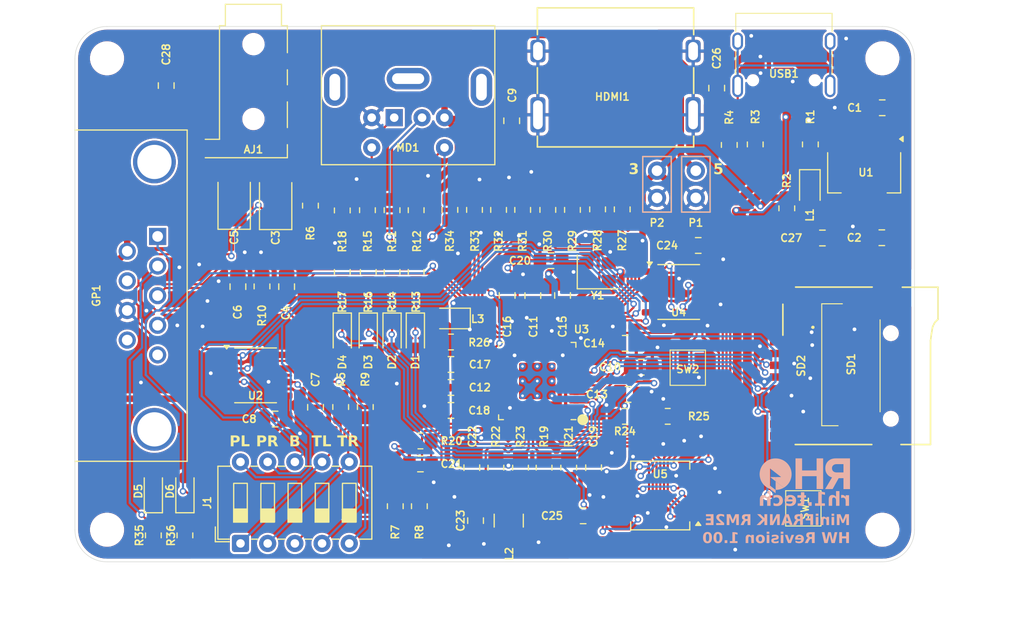
<source format=kicad_pcb>
(kicad_pcb (version 20241229) (generator "pcbnew") (generator_version "9.0")
  (title_block (title "MiniFRANK RM2E") (date "2025-03-08") (rev "1.00") (company "Mikhail Matveev") (comment 1 "https://github.com/xtremespb/frank"))
  (layers (0 "F.Cu" signal) (2 "B.Cu" signal) (13 "F.Paste" user) (15 "B.Paste" user) (5 "F.SilkS" user "F.Silkscreen") (7 "B.SilkS" user "B.Silkscreen") (1 "F.Mask" user) (3 "B.Mask" user) (25 "Edge.Cuts" user))
  (net 0 "")
  (net 1 "GND")
  (net 2 "/Audio Out/L")
  (net 3 "+3V3")
  (net 4 "VBUS")
  (net 5 "/RP2350A/XIN")
  (net 6 "/Audio Out/R")
  (net 7 "/RP2350A/VREG_AVDD")
  (net 8 "Net-(C3-Pad1)")
  (net 9 "/Audio Out/R*")
  (net 10 "Net-(C5-Pad1)")
  (net 11 "Net-(U2-FLT)")
  (net 12 "+1V1")
  (net 14 "/GPIO0")
  (net 15 "/GPIO1")
  (net 16 "/GPIO2")
  (net 17 "/GPIO3")
  (net 18 "Net-(HDMI1-D1P)")
  (net 19 "Net-(HDMI1-D2N)")
  (net 23 "Net-(HDMI1-D0P)")
  (net 24 "Net-(HDMI1-D1N)")
  (net 25 "/GPIO26")
  (net 26 "Net-(L1-A)")
  (net 27 "/GPIO27")
  (net 28 "/GPIO10")
  (net 29 "/D+")
  (net 30 "/D-")
  (net 31 "/GPIO11")
  (net 33 "Net-(HDMI1-CLKP)")
  (net 34 "Net-(USB1-CC1)")
  (net 35 "Net-(USB1-CC2)")
  (net 36 "/GPIO21")
  (net 37 "/GPIO20")
  (net 38 "/Gamepad/J2_DATA")
  (net 39 "/Gamepad/J1_DATA")
  (net 40 "Net-(HDMI1-D2P)")
  (net 41 "Net-(HDMI1-D0N)")
  (net 42 "/RP2350A/VREG_LX")
  (net 43 "/RUN")
  (net 44 "/PS2/PS{slash}2 CLK")
  (net 45 "Net-(HDMI1-CLKN)")
  (net 46 "Net-(MD1-Pad2)")
  (net 47 "/PS2/PS{slash}2 DATA")
  (net 48 "Net-(MD1-Pad6)")
  (net 49 "/RP2350A/QSPI_SD2")
  (net 50 "/RP2350A/QSPI_SD0")
  (net 51 "/GPIO8")
  (net 52 "/RP2350A/QSPI_SD1")
  (net 55 "/RP2350A/QSPI_SD3")
  (net 56 "/RP2350A/GPIO22")
  (net 57 "/RP2350A/QSPI_SCLK")
  (net 58 "/RP2350A/XOUT")
  (net 59 "/A_OUTL")
  (net 60 "/A_OUTB")
  (net 61 "/A_OUTR")
  (net 62 "/RP2350A/QSPI_SS")
  (net 63 "/RP2350A/~{USB_BOOT}")
  (net 64 "/RP2350A/FLASH_SS")
  (net 65 "/GPIO9")
  (net 66 "/GPIO12")
  (net 67 "/GPIO13")
  (net 68 "/GPIO14")
  (net 69 "/GPIO15")
  (net 70 "/GPIO16")
  (net 71 "/GPIO17")
  (net 72 "/GPIO18")
  (net 73 "/GPIO19")
  (net 74 "/SD Card/DET")
  (net 75 "/SD Card/DAT1")
  (net 76 "/SD Card/POL")
  (net 77 "/GPIO5")
  (net 78 "/GPIO7")
  (net 79 "/GPIO4")
  (net 80 "/A_TDAR")
  (net 81 "/SD Card/DAT2")
  (net 82 "/GPIO6")
  (net 83 "/RP2350A/SWD")
  (net 84 "/RP2350A/GPIO26")
  (net 85 "/RP2350A/GPIO23")
  (net 86 "/RP2350A/SWCLK")
  (net 87 "/RP2350A/GPIO29")
  (net 88 "/RP2350A/GPIO24")
  (net 92 "/A_TDAL")
  (net 93 "Net-(L3-A)")
  (net 94 "GPIO25")
  (net 96 "/RP2350A/GPIO28")
  (net 97 "Net-(USB1-SHIELD)")
  (net 98 "Net-(U3-USB_DP)")
  (net 99 "Net-(U3-USB_DM)")
  (footprint "FRANK:Mounting Hole (2.7mm)" (layer "F.Cu") (at 256.75 91.25)
    (property "Reference" "H2" (hide yes))
    (property "Value" "MountingHole" (hide yes))
  )
  (footprint "FRANK:Resistor (0805)" (layer "F.Cu") (at 225.15 85.4483 90)
    (property "Reference" "R19")
    (property "Value" "150R" (hide yes))
  )
  (footprint "FRANK:D-SUB (9 pin, male, top mount)" (layer "F.Cu") (at 189.05 63.825 -90)
    (property "Reference" "GP1")
    (property "Value" "Gamepad" (hide yes))
  )
  (footprint "FRANK:Resistor (0805)" (layer "F.Cu") (at 210.95 67.15 -90)
    (property "Reference" "R14")
    (property "Value" "100R" (hide yes))
  )
  (footprint "FRANK:Capacitor (0805)" (layer "F.Cu") (at 256.7375 51.8)
    (property "Reference" "C1")
    (property "Value" "10u" (hide yes))
  )
  (footprint "FRANK:Resistor (0805)" (layer "F.Cu") (at 242.45 55.275 -90)
    (property "Reference" "R4")
    (property "Value" "1M" (hide yes))
  )
  (footprint "FRANK:Diode (SOD-323)" (layer "F.Cu") (at 208.725 73 -90)
    (property "Reference" "D3")
    (property "Value" "3V3" (hide yes))
  )
  (footprint "FRANK:Resistor (0805)" (layer "F.Cu") (at 208.65 61.375 90)
    (property "Reference" "R15")
    (property "Value" "1K" (hide yes))
  )
  (footprint "FRANK:MiniDIN (6 Pin, female)" (layer "F.Cu") (at 211.15 52.725 180)
    (property "Reference" "MD1")
    (property "Value" "Mini-DIN-6" (hide yes))
  )
  (footprint "FRANK:DIP Switch (5x5)" (layer "F.Cu") (at 196.79 92.53 90)
    (property "Reference" "J1")
    (property "Value" "Pin Header 2x18" (hide yes))
  )
  (footprint "FRANK:Capacitor (0805)" (layer "F.Cu") (at 224.1 69.3608 90)
    (property "Reference" "C11")
    (property "Value" "4.7u" (hide yes))
  )
  (footprint "FRANK:Capacitor (0805)" (layer "F.Cu") (at 256.7 63.95)
    (property "Reference" "C2")
    (property "Value" "10u" (hide yes))
  )
  (footprint "FRANK:Capacitor (0805)" (layer "F.Cu") (at 241.275 49.9625 -90)
    (property "Reference" "C26")
    (property "Value" "100n" (hide yes))
  )
  (footprint "FRANK:Capacitor (0805)" (layer "F.Cu") (at 232.725 73.8233)
    (property "Reference" "C14")
    (property "Value" "100n" (hide yes))
  )
  (footprint "FRANK:Resistor (0805)" (layer "F.Cu") (at 227.45 85.4483 90)
    (property "Reference" "R21")
    (property "Value" "33R" (hide yes))
  )
  (footprint "FRANK:Capacitor (0805)" (layer "F.Cu") (at 239.55 64.6733 180)
    (property "Reference" "C24")
    (property "Value" "100n" (hide yes))
  )
  (footprint "FRANK:Resistor (0805)" (layer "F.Cu") (at 236.7 80.6483)
    (property "Reference" "R25")
    (property "Value" "0" (hide yes))
  )
  (footprint "FRANK:LED (0805)" (layer "F.Cu") (at 249.975 59.45 -90)
    (property "Reference" "L1")
    (property "Value" "Green" (hide yes))
  )
  (footprint "FRANK:Resistor (0805)" (layer "F.Cu") (at 227.8 61.3483 -90)
    (property "Reference" "R29")
    (property "Value" "270R" (hide yes))
  )
  (footprint "FRANK:Capacitor (0805)" (layer "F.Cu") (at 226.875 69.3483 90)
    (property "Reference" "C15")
    (property "Value" "100n" (hide yes))
  )
  (footprint "FRANK:Resistor (0805)" (layer "F.Cu") (at 222.95 85.4483 90)
    (property "Reference" "R23")
    (property "Value" "33R" (hide yes))
  )
  (footprint "FRANK:Capacitor (0805)" (layer "F.Cu") (at 222.125 53.0175 -90)
    (property "Reference" "C9")
    (property "Value" "10u" (hide yes))
  )
  (footprint "FRANK:Capacitor (0805)" (layer "F.Cu") (at 216.45 77.9483 180)
    (property "Reference" "C12")
    (property "Value" "100n" (hide yes))
  )
  (footprint "FRANK:USB Type C" (layer "F.Cu") (at 247.555 42.975 180)
    (property "Reference" "USB1")
    (property "Value" "USB4215-03-A" (hide yes))
  )
  (footprint "FRANK:Resistor (0805)" (layer "F.Cu") (at 213.2 67.15 -90)
    (property "Reference" "R13")
    (property "Value" "100R" (hide yes))
  )
  (footprint "FRANK:SO-8" (layer "F.Cu") (at 198.2 76.815)
    (property "Reference" "U2")
    (property "Value" "TDA1387T" (hide yes))
  )
  (footprint "FRANK:Capacitor (3528, tantalum, polar)" (layer "F.Cu") (at 200.075 60.55 90)
    (property "Reference" "C3")
    (property "Value" "10u" (hide yes))
  )
  (footprint "FRANK:Capacitor (0805)" (layer "F.Cu") (at 229.775 85.4483 -90)
    (property "Reference" "C19")
    (property "Value" "100n" (hide yes))
  )
  (footprint "FRANK:Diode (SOD-323)" (layer "F.Cu") (at 213.125 73 -90)
    (property "Reference" "D1")
    (property "Value" "3V3" (hide yes))
  )
  (footprint "FRANK:Pin Header (1x02)" (layer "F.Cu") (at 235.7 60.225 180)
    (property "Reference" "P2")
    (property "Value" "Power (+3.3V)" (hide yes))
  )
  (footprint "FRANK:Diode (SOD-323)" (layer "F.Cu") (at 191.6 87.65 90)
    (property "Reference" "D6")
    (property "Value" "3V3" (hide yes))
  )
  (footprint "FRANK:Resistor (0805)" (layer "F.Cu") (at 206.3 61.4 90)
    (property "Reference" "R18")
    (property "Value" "1k" (hide yes))
  )
  (footprint "FRANK:MicroSD (SMD, long)" (layer "F.Cu") (at 246.2475 75.925 -90)
    (property "Reference" "SD2")
    (property "Value" "104031-0811" (hide yes))
  )
  (footprint "FRANK:Resistor (0805)" (layer "F.Cu") (at 206.3 67.15 -90)
    (property "Reference" "R17")
    (property "Value" "100R" (hide yes))
  )
  (footprint "FRANK:Capacitor (0805)" (layer "F.Cu") (at 213.6 85.0983 180)
    (property "Reference" "C21")
    (property "Value" "4.7u" (hide yes))
  )
  (footprint "FRANK:Resistor (0805)" (layer "F.Cu") (at 232.45 61.2983 -90)
    (property "Reference" "R27")
    (property "Value" "270R" (hide yes))
  )
  (footprint "FRANK:Mounting Hole (2.7mm)" (layer "F.Cu") (at 256.75 47.175)
    (property "Reference" "H1" (hide yes))
    (property "Value" "MountingHole" (hide yes))
  )
  (footprint "FRANK:Capacitor (0805)" (layer "F.Cu") (at 203.8 79.8 -90)
    (property "Reference" "C7")
    (property "Value" "1u" (hide yes))
  )
  (footprint "FRANK:Resistor (0805)" (layer "F.Cu") (at 232.7 80.6483)
    (property "Reference" "R24")
    (property "Value" "1K" (hide yes))
  )
  (footprint "FRANK:Capacitor (3528, tantalum, polar)" (layer "F.Cu") (at 196.2 60.525 90)
    (property "Reference" "C5")
    (property "Value" "10u" (hide yes))
  )
  (footprint "FRANK:Diode (SOD-323)" (layer "F.Cu") (at 188.65 87.65 90)
    (property "Reference" "D5")
    (property "Value" "3V3" (hide yes))
  )
  (footprint "FRANK:Resistor (0805)" (layer "F.Cu") (at 191.6 91.775 90)
    (property "Reference" "R36")
    (property "Value" "1K" (hide yes))
  )
  (footprint "FRANK:Resistor (0805)" (layer "F.Cu") (at 206.15 79.775 -90)
    (property "Reference" "R5")
    (property "Value" "1K" (hide yes))
  )
  (footprint "FRANK:Diode (SOD-323)" (layer "F.Cu") (at 210.95 73 -90)
    (property "Reference" "D2")
    (property "Value" "3V3" (hide yes))
  )
  (footprint "FRANK:Capacitor (0805)" (layer "F.Cu") (at 196.55 68.525 -90)
    (property "Reference" "C6")
    (property "Value" "10n" (hide yes))
  )
  (footprint "FRANK:Resistor (0805)" (layer "F.Cu") (at 220.65 85.4483 90)
    (property "Reference" "R22")
    (property "Value" "150R" (hide yes))
  )
  (footprint "FRANK:Capacitor (0805)" (layer "F.Cu") (at 228.8 89.9483 180)
    (property "Reference" "C25")
    (property "Value" "100n" (hide yes))
  )
  (footprint "FRANK:Resistor (0805)" (layer "F.Cu") (at 225.5 61.3483 -90)
    (property "Reference" "R30")
    (property "Value" "270R" (hide yes))
  )
  (footprint "FRANK:SOT-223" (layer "F.Cu") (at 255.05 57.85 -90)
    (property "Reference" "U1")
    (property "Value" "NCP1117 3.3" (hide yes))
  )
  (footprint "FRANK:Capacitor (0805)" (layer "F.Cu") (at 225.8 66.0983 180)
    (property "Reference" "C20")
    (property "Value" "100n" (hide yes))
  )
  (footprint "FRANK:Diode (SOD-323)" (layer "F.Cu") (at 206.3 73 -90)
    (property "Reference" "D4")
    (property "Value" "3V3" (hide yes))
  )
  (footprint "FRANK:Capacitor (0805)" (layer "F.Cu") (at 218.75 90.3983 90)
    (property "Reference" "C23")
    (property "Value" "4.7u" (hide yes))
  )
  (footprint "FRANK:Jack (3.5mm, PJ-320D)" (layer "F.Cu") (at 198 50.6 -90)
    (property "Reference" "AJ1")
    (property "Value" "SJ1-353XNG" (hide yes))
  )
  (footprint "FRANK:SOIC-8" (layer "F.Cu") (at 236 88.0483 180)
    (property "Reference" "U5")
    (property "Value" "W25Q128JVS" (hide yes))
  )
  (footprint "FRANK:Capacitor (0805)" (layer "F.Cu") (at 221.7 69.3483 90)
    (property "Reference" "C16")
    (property "Value" "100n" (hide yes))
  )
  (footprint "FRANK:Resistor (0805)" (layer "F.Cu") (at 216.35 61.3483 -90)
    (property "Reference" "R34")
    (property "Value" "270R" (hide yes))
  )
  (footprint "FRANK:Capacitor (0805)" (layer "F.Cu") (at 200.025 80.9)
    (property "Reference" "C8")
    (property "Value" "47u" (hide yes))
  )
  (footprint "FRANK:Resistor (0805)" (layer "F.Cu") (at 188.65 91.775 90)
    (property "Reference" "R35")
    (property "Value" "1K" (hide yes))
  )
  (footprint "FRANK:Inductor (3225)" (layer "F.Cu") (at 221.85 90.3983 90)
    (property "Reference" "L2")
    (property "Value" "3.3u" (hide yes))
  )
  (footprint "FRANK:Resistor (0805)" (layer "F.Cu") (at 208.725 67.15 -90)
    (property "Reference" "R16")
    (property "Value" "100R" (hide yes))
  )
  (footprint "FRANK:QFN 60 (RP2350A)" (layer "F.Cu") (at 224.5125 77.3483 180)
    (property "Reference" "U3")
    (property "Value" "RP2350_60QFN" (hide yes))
  )
  (footprint "FRANK:Mounting Hole (2.7mm)" (layer "F.Cu") (at 184.325 91.25)
    (property "Reference" "H4" (hide yes))
    (property "Value" "MountingHole" (hide yes))
  )
  (footprint "FRANK:Capacitor (0805)" (layer "F.Cu") (at 234.225 76.0483)
    (property "Reference" "C10")
    (property "Value" "100n" (hide yes))
  )
  (footprint "FRANK:Capacitor (0805)" (layer "F.Cu") (at 251.15 63.975)
    (property "Reference" "C27")
    (property "Value" "100n" (hide yes))
  )
  (footprint "FRANK:Capacitor (0805)" (layer "F.Cu") (at 216.45 80.0983 180)
    (property "Reference" "C18")
    (property "Value" "100n" (hide yes))
  )
  (footprint "FRANK:Capacitor (0805)" (layer "F.Cu") (at 218.4 85.4483 -90)
    (property "Reference" "C22")
    (property "Value" "4.7u" (hide yes))
  )
  (footprint "FRANK:Capacitor (0805)" (layer "F.Cu") (at 201.1 68.525 -90)
    (property "Reference" "C4")
    (property "Value" "10n" (hide yes))
  )
  (footprint "FRANK:Resistor (0805)" (layer "F.Cu") (at 198.8 68.5 -90)
    (property "Reference" "R10")
    (property "Value" "330R" (hide yes))
  )
  (footprint "FRANK:MicroSD (SMD, short)" (layer "F.Cu") (at 253.8375 75.825 90)
    (property "Reference" "SD1")
    (property "Value" "47571-0001" (hide yes))
  )
  (footprint "FRANK:SO-8" (layer "F.Cu") (at 237.725 69.0233)
    (property "Reference" "U4")
    (property "Value" "ESP-PSRAM32" (hide yes))
  )
  (footprint "FRANK:Resistor (0805)" (layer "F.Cu") (at 208.45 79.775 -90)
    (property "Reference" "R9")
    (property "Value" "1K" (hide yes))
  )
  (footprint "FRANK:HDMI (female)" (layer "F.Cu") (at 231.825 52.46 180)
    (property "Reference" "HDMI1")
    (property "Value" "HDMI Female" (hide yes))
  )
  (footprint "FRANK:Resistor (0805)" (layer "F.Cu") (at 250.025 55.225 90)
    (property "Reference" "R1")
    (property "Value" "5.1K" (hide yes))
  )
  (footprint "FRANK:Resistor (0805)" (layer "F.Cu") (at 218.65 61.3483 -90)
    (property "Reference" "R33")
    (property "Value" "270R" (hide yes))
  )
  (footprint "FRANK:Resistor (0805)" (layer "F.Cu") (at 223.15 61.3483 -90)
    (property "Reference" "R31")
    (property "Value" "270R" (hide yes))
  )
  (footprint "FRANK:Resistor (0805)" (layer "F.Cu") (at 203.325 60.95 -90)
    (property "Reference" "R6")
    (property "Value" "330R" (hide yes))
  )
  (footprint "FRANK:Resistor (0805)" (layer "F.Cu") (at 216.45 73.6983)
    (property "Reference" "R26")
    (property "Value" "1K" (hide yes))
  )
  (footprint "FRANK:Capacitor (0805)" (layer "F.Cu") (at 216.45 75.7983 180)
    (property "Reference" "C17")
    (property "Value" "100n" (hide yes))
  )
  (footprint "FRANK:Resistor (0805)" (layer "F.Cu") (at 220.9 61.3483 -90)
    (property "Reference" "R32")
    (property "Value" "270R" (hide yes))
  )
  (footprint "FRANK:Resistor (0805)" (layer "F.Cu") (at 213.2 61.375 90)
    (property "Reference" "R12")
    (property "Value" "1K" (hide yes))
  )
  (footprint "FRANK:Resistor (0805)" (layer "F.Cu") (at 211.25 89.05 -90)
    (property "Reference" "R7")
    (property "Value" "2K" (hide yes))
  )
  (footprint "FRANK:Resistor (0805)" (layer "F.Cu") (at 247.825 61.2 90)
    (property "Reference" "R2")
    (property "Value" "1K" (hide yes))
  )
  (footprint "FRANK:Capacitor (0805)" (layer "F.Cu") (at 233 78.5983)
    (property "Reference" "C13")
    (property "Value" "100n" (hide yes))
  )
  (footprint "FRANK:Resistor (0805)" (layer "F.Cu") (at 230.15 61.2983 -90)
    (property "Reference" "R28")
    (property "Value" "270R" (hide yes))
  )
  (footprint "FRANK:Button (SMD, 3x3mm, 1-1)" (layer "F.Cu") (at 240.225 74.45 -90)
    (property "Reference" "SW2")
    (property "Value" "SW_Push" (hide yes))
  )
  (footprint "FRANK:Crystal (3225, active)" (layer "F.Cu") (at 230.15 67.1483)
    (property "Reference" "Y1")
    (property "Value" "ASE-xxxMHz" (hide yes))
  )
  (footprint "FRANK:Pin Header (1x02)" (layer "F.Cu") (at 239.325 60.225 180)
    (property "Reference" "P1")
    (property "Value" "Power (+5V)" (hide yes))
  )
  (footprint "FRANK:Resistor (0805)" (layer "F.Cu") (at 213.6 82.9483)
    (property "Reference" "R20")
    (property "Value" "33" (hide yes))
  )
  (footprint "FRANK:Resistor (0805)" (layer "F.Cu") (at 244.875 55.225 90)
    (property "Reference" "R3")
    (property "Value" "5.1K" (hide yes))
  )
  (footprint "FRANK:Capacitor (0805)" (layer "F.Cu") (at 189.85 49.725 90)
    (property "Reference" "C28")
    (property "Value" "100n" (hide yes))
  )
  (footprint "FRANK:LED (0805)" (layer "F.Cu") (at 216.4 71.4983 180)
    (property "Reference" "L3")
    (property "Value" "Blue" (hide yes))
  )
  (footprint "FRANK:Button (SMD, 3x3mm, 1-1)" (layer "F.Cu") (at 247.72 87.6)
    (property "Reference" "SW1")
    (property "Value" "Reset" (hide yes))
  )
  (footprint "FRANK:Resistor (0805)" (layer "F.Cu") (at 213.5 89.05 -90)
    (property "Reference" "R8")
    (property "Value" "2K" (hide yes))
  )
  (footprint "FRANK:Resistor (0805)" (layer "F.Cu") (at 210.95 61.375 90)
    (property "Reference" "R11")
    (property "Value" "1K" (hide yes))
  )
  (footprint "FRANK:Mounting Hole (2.7mm)" (layer "F.Cu") (at 184.325 47.175)
    (property "Reference" "H3" (hide yes))
    (property "Value" "MountingHole" (hide yes))
  )
  (gr_poly (pts (xy 246.78014 87.082662) (xy 246.78014 87.526634) (xy 246.830605 87.525877) (xy 246.880917 87.523432) (xy 246.931035 87.51931) (xy 246.980917 87.513523) (xy 247.030524 87.50608) (xy 247.079814 87.496993) (xy 247.128747 87.486273) (xy 247.177283 87.473932) (xy 247.22538 87.459979) (xy 247.272998 87.444427) (xy 247.320097 87.427287) (xy 247.366635 87.408569) (xy 247.412573 87.388284) (xy 247.457869 87.366444) (xy 247.502483 87.34306) (xy 247.546375 87.318142) (xy 246.78014 86.723358)) (stroke (width -0.000001)) (fill yes) (layer "B.SilkS"))
  (gr_poly (pts (xy 246.706435 84.582993) (xy 246.633213 84.5878) (xy 246.560585 84.596189) (xy 246.488673 84.608111) (xy 246.4176 84.623517) (xy 246.347489 84.642357) (xy 246.278462 84.664581) (xy 246.210644 84.69014) (xy 246.144155 84.718983) (xy 246.07912 84.75106) (xy 246.015661 84.786323) (xy 245.953901 84.824721) (xy 245.893963 84.866205) (xy 245.83597 84.910724) (xy 245.780044 84.958229) (xy 245.726308 85.008671) (xy 245.675145 85.061719) (xy 245.626888 85.116998) (xy 245.581588 85.174384) (xy 245.539298 85.233756) (xy 245.500069 85.294991) (xy 245.463951 85.357967) (xy 245.430997 85.422561) (xy 245.401257 85.488653) (xy 245.374784 85.556119) (xy 245.351629 85.624838) (xy 245.331842 85.694687) (xy 245.315476 85.765544) (xy 245.302582 85.837286) (xy 245.293211 85.909792) (xy 245.287415 85.98294) (xy 245.285245 86.056607) (xy 245.287772 86.141529) (xy 245.295163 86.225657) (xy 245.307328 86.308804) (xy 245.324176 86.390788) (xy 245.345614 86.471423) (xy 245.371552 86.550524) (xy 245.401898 86.627907) (xy 245.436561 86.703387) (xy 245.475451 86.776778) (xy 245.518474 86.847897) (xy 245.565541 86.916559) (xy 245.616561 86.982579) (xy 245.67144 87.045772) (xy 245.73009 87.105953) (xy 245.792417 87.162938) (xy 245.858332 87.216541) (xy 245.904713 87.250972) (xy 245.952337 87.283547) (xy 246.001149 87.314233) (xy 246.05109 87.343002) (xy 246.102106 87.36982) (xy 246.154138 87.394657) (xy 246.207131 87.417481) (xy 246.261027 87.438262) (xy 246.328231 87.491179) (xy 246.778022 87.8399) (xy 246.778022 87.529279) (xy 246.778022 87.52822) (xy 246.48116 87.298561) (xy 246.328231 87.179499) (xy 246.261027 87.126582) (xy 246.261027 85.521621) (xy 246.778022 85.9222) (xy 247.220404 86.265629) (xy 247.296075 86.324366) (xy 246.778021 86.324366) (xy 247.665432 87.012282) (xy 247.708295 87.04562) (xy 247.665432 87.012812) (xy 247.596112 86.959895) (xy 246.778021 86.324895) (xy 246.778021 86.723354) (xy 247.544255 87.318137) (xy 247.557955 87.310192) (xy 247.571308 87.302197) (xy 247.584364 87.294102) (xy 247.597171 87.285859) (xy 247.625226 87.267414) (xy 247.652845 87.248346) (xy 247.680018 87.228663) (xy 247.706735 87.208372) (xy 247.732986 87.187481) (xy 247.75876 87.165998) (xy 247.784047 87.143931) (xy 247.808838 87.121289) (xy 247.808838 87.121287) (xy 247.833672 87.09745) (xy 247.857923 87.073066) (xy 247.881583 87.048146) (xy 247.904643 87.022702) (xy 247.927095 86.996745) (xy 247.948931 86.970286) (xy 247.970142 86.943337) (xy 247.990721 86.915909) (xy 248.010658 86.888013) (xy 248.029946 86.859661) (xy 248.048577 86.830864) (xy 248.066542 86.801633) (xy 248.083833 86.771979) (xy 248.100442 86.741914) (xy 248.11636 86.71145) (xy 248.13158 86.680597) (xy 248.148532 86.643728) (xy 248.164427 86.606451) (xy 248.179258 86.568789) (xy 248.19302 86.530764) (xy 248.205708 86.4924) (xy 248.217317 86.453718) (xy 248.227842 86.414743) (xy 248.237278 86.375496) (xy 248.245619 86.336001) (xy 248.252859 86.29628) (xy 248.258995 86.256356) (xy 248.264021 86.216252) (xy 248.267931 86.17599) (xy 248.270721 86.135594) (xy 248.272385 86.095087) (xy 248.272918 86.05449) (xy 248.270649 85.980961) (xy 248.264768 85.907953) (xy 248.255326 85.835589) (xy 248.242375 85.763989) (xy 248.225965 85.693276) (xy 248.206147 85.623571) (xy 248.182974 85.554995) (xy 248.156496 85.487669) (xy 248.126764 85.421716) (xy 248.093831 85.357256) (xy 248.057745 85.294412) (xy 248.018561 85.233304) (xy 247.976327 85.174054) (xy 247.931096 85.116784) (xy 247.882919 85.061614) (xy 247.831847 85.008667) (xy 247.778212 84.958318) (xy 247.722394 84.910894) (xy 247.664516 84.866444) (xy 247.604699 84.825018) (xy 247.543065 84.786665) (xy 247.479737 84.751436) (xy 247.414837 84.719379) (xy 247.348487 84.690545) (xy 247.280809 84.664982) (xy 247.211925 84.642741) (xy 247.141957 84.623871) (xy 247.071028 84.608421) (xy 246.99926 84.596442) (xy 246.926774 84.587982) (xy 246.853693 84.583092) (xy 246.78014 84.58182) (xy 246.780127 84.58182)) (stroke (width -0.000001)) (fill yes) (layer "B.SilkS"))
  (gr_poly (pts (xy 246.78014 86.723887) (xy 246.78014 86.322779) (xy 246.263144 86.322779)) (stroke (width -0.000001)) (fill yes) (layer "B.SilkS"))
  (gr_poly (pts (xy 252.329697 84.579783) (xy 252.275704 84.583167) (xy 252.223119 84.588752) (xy 252.171965 84.596491) (xy 252.122268 84.60634) (xy 252.074052 84.618253) (xy 252.027342 84.632185) (xy 251.982162 84.64809) (xy 251.938537 84.665923) (xy 251.896491 84.685638) (xy 251.85605 84.70719) (xy 251.817237 84.730534) (xy 251.780078 84.755624) (xy 251.744597 84.782414) (xy 251.710819 84.810859) (xy 251.678768 84.840914) (xy 251.648468 84.872533) (xy 251.619945 84.905671) (xy 251.593223 84.940282) (xy 251.568327 84.976322) (xy 251.545281 85.013744) (xy 251.52411 85.052502) (xy 251.504838 85.092553) (xy 251.487491 85.133849) (xy 251.472092 85.176346) (xy 251.458666 85.219999) (xy 251.447239 85.264761) (xy 251.437834 85.310588) (xy 251.430476 85.357433) (xy 251.42519 85.405252) (xy 251.422 85.454) (xy 251.420931 85.503629) (xy 251.421852 85.550513) (xy 251.424573 85.596017) (xy 251.429036 85.64015) (xy 251.435181 85.682918) (xy 251.442948 85.724329) (xy 251.45228 85.764389) (xy 251.463115 85.803105) (xy 251.475394 85.840485) (xy 251.489059 85.876535) (xy 251.50405 85.911264) (xy 251.520307 85.944677) (xy 251.537771 85.976781) (xy 251.556382 86.007585) (xy 251.576082 86.037095) (xy 251.618509 86.092261) (xy 251.664576 86.142335) (xy 251.713808 86.187375) (xy 251.765729 86.227437) (xy 251.819865 86.262578) (xy 251.875741 86.292854) (xy 251.93288 86.318321) (xy 251.990809 86.339037) (xy 252.049052 86.355058) (xy 251.403998 87.447787) (xy 252.103556 87.448317) (xy 252.668706 86.430729) (xy 253.116381 86.430729) (xy 253.116381 87.450432) (xy 253.727039 87.450432) (xy 253.727039 85.890978) (xy 253.116381 85.890978) (xy 252.473973 85.890978) (xy 252.451279 85.890546) (xy 252.428952 85.889256) (xy 252.407016 85.887119) (xy 252.385493 85.884145) (xy 252.364408 85.880346) (xy 252.343782 85.875731) (xy 252.323639 85.870312) (xy 252.304003 85.864098) (xy 252.284896 85.857101) (xy 252.266341 85.84933) (xy 252.248363 85.840797) (xy 252.230983 85.831512) (xy 252.214225 85.821485) (xy 252.198113 85.810728) (xy 252.182669 85.79925) (xy 252.167916 85.787063) (xy 252.153878 85.774177) (xy 252.140578 85.760601) (xy 252.128039 85.746348) (xy 252.116284 85.731427) (xy 252.105336 85.71585) (xy 252.095219 85.699625) (xy 252.085956 85.682766) (xy 252.077569 85.66528) (xy 252.070082 85.647181) (xy 252.063519 85.628477) (xy 252.057901 85.609179) (xy 252.053253 85.589298) (xy 252.049598 85.568845) (xy 252.046958 85.547831) (xy 252.045357 85.526264) (xy 252.044819 85.504157) (xy 252.043231 85.504159) (xy 252.04377 85.481818) (xy 252.045371 85.460044) (xy 252.048011 85.438847) (xy 252.051668 85.418235) (xy 252.056318 85.39822) (xy 252.061938 85.378808) (xy 252.068506 85.360011) (xy 252.075998 85.341837) (xy 252.084392 85.324295) (xy 252.093664 85.307396) (xy 252.103792 85.291147) (xy 252.114752 85.275559) (xy 252.126523 85.26064) (xy 252.139079 85.246401) (xy 252.1524 85.23285) (xy 252.166461 85.219996) (xy 252.18124 85.20785) (xy 252.196714 85.196419) (xy 252.212859 85.185715) (xy 252.229654 85.175745) (xy 252.247074 85.166519) (xy 252.265098 85.158046) (xy 252.283701 85.150337) (xy 252.302862 85.143399) (xy 252.322557 85.137243) (xy 252.342762 85.131877) (xy 252.363456 85.127312) (xy 252.384615 85.123555) (xy 252.406216 85.120618) (xy 252.428237 85.118508) (xy 252.450654 85.117235) (xy 252.473444 85.116809) (xy 253.116381 85.116809) (xy 253.116381 85.890978) (xy 253.727039 85.890978) (xy 253.727039 84.578645) (xy 252.385072 84.578645)) (stroke (width -0.000001)) (fill yes) (layer "B.SilkS"))
  (gr_poly (pts (xy 250.608132 85.70577) (xy 249.252936 85.70577) (xy 249.252936 84.578645) (xy 248.638044 84.578645) (xy 248.638044 87.447787) (xy 249.252936 87.448317) (xy 249.252936 86.243933) (xy 250.608131 86.243933) (xy 250.608131 87.448317) (xy 251.219319 87.448317) (xy 251.219319 84.578645) (xy 250.608132 84.578645)) (stroke (width -0.000001)) (fill yes) (layer "B.SilkS"))
  (gr_line (start 259.75 91.25) (end 259.75 47.2) (stroke (width 0.05)) (layer "Edge.Cuts"))
  (gr_arc (start 181.325 47.2) (mid 182.20368 45.07868) (end 184.325 44.2) (stroke (width 0.05)) (layer "Edge.Cuts"))
  (gr_line (start 181.325 91.25) (end 181.325 47.2) (stroke (width 0.05)) (layer "Edge.Cuts"))
  (gr_line (start 184.325 44.2) (end 256.75 44.2) (stroke (width 0.05)) (layer "Edge.Cuts"))
  (gr_arc (start 259.75 91.25) (mid 258.87132 93.37132) (end 256.75 94.25) (stroke (width 0.05)) (layer "Edge.Cuts"))
  (gr_arc (start 256.75 44.2) (mid 258.87132 45.07868) (end 259.75 47.2) (stroke (width 0.05)) (layer "Edge.Cuts"))
  (gr_line (start 256.75 94.25) (end 184.325 94.25) (stroke (width 0.05)) (layer "Edge.Cuts"))
  (gr_arc (start 184.325 94.25) (mid 182.20368 93.37132) (end 181.325 91.25) (stroke (width 0.05)) (layer "Edge.Cuts"))
  (gr_text "3" (at 234.022 58.172 0) (layer "F.SilkS") (effects (font (size 1 1) (thickness 0.2) (bold yes)) (justify right bottom)))
  (gr_text "TL" (at 204.358 83.619 0) (layer "F.SilkS") (effects (font (size 1 1) (thickness 0.2) (bold yes)) (justify bottom)))
  (gr_text "TR" (at 206.838 83.617 0) (layer "F.SilkS") (effects (font (size 1 1) (thickness 0.2) (bold yes)) (justify bottom)))
  (gr_text "PL" (at 196.711 83.619 0) (layer "F.SilkS") (effects (font (size 1 1) (thickness 0.2) (bold yes)) (justify bottom)))
  (gr_text "B" (at 201.857 83.619 0) (layer "F.SilkS") (effects (font (size 1 1) (thickness 0.2) (bold yes)) (justify bottom)))
  (gr_text "PR" (at 199.284 83.619 0) (layer "F.SilkS") (effects (font (size 1 1) (thickness 0.2) (bold yes)) (justify bottom)))
  (gr_text "5" (at 240.945 58.172 0) (layer "F.SilkS") (effects (font (size 1 1) (thickness 0.2) (bold yes)) (justify left bottom)))
  (gr_text "MiniFRANK RM2E\nHW Revision 1.00" (at 253.76 92.665 0) (layer "B.SilkS") (effects (font (size 1 1) (thickness 0.2) (bold yes)) (justify left bottom mirror)))
  (gr_text "rh1.tech" (at 253.790697 89.236783 0) (layer "B.SilkS") (effects (font (size 1.3 1.3) (thickness 0.2) (bold yes)) (justify left bottom mirror)))
  (segment (start 231.3787 67.9733) (end 231.2 67.9733) (width 0.2) (layer "F.Cu") (net 1))
  (segment (start 216.401 72.5223) (end 217.425 71.4983) (width 0.4) (layer "F.Cu") (net 1))
  (segment (start 215.4125 75.7983) (end 216.401 74.8098) (width 0.4) (layer "F.Cu") (net 1))
  (segment (start 216.401 74.8098) (end 216.401 72.5223) (width 0.4) (layer "F.Cu") (net 1))
  (segment (start 221.452688 81.979) (end 218.969 81.979) (width 0.2) (layer "F.Cu") (net 1))
  (segment (start 232.252749 67.105555) (end 232.246445 67.105555) (width 0.2) (layer "F.Cu") (net 1))
  (segment (start 247.798 79.175) (end 248.263 78.71) (width 0.5) (layer "F.Cu") (net 1))
  (segment (start 232.246445 67.105555) (end 231.3787 67.9733) (width 0.2) (layer "F.Cu") (net 1))
  (segment (start 222.1125 80.7858) (end 222.1125 81.319188) (width 0.2) (layer "F.Cu") (net 1))
  (segment (start 222.1125 81.319188) (end 221.452688 81.979) (width 0.2) (layer "F.Cu") (net 1))
  (segment (start 247.0475 79.175) (end 247.798 79.175) (width 0.5) (layer "F.Cu") (net 1))
  (via (at 239.815 82.518) (size 0.6) (drill 0.35) (layers "F.Cu" "B.Cu") (net 1))
  (via (at 218.969 81.979) (size 0.6) (drill 0.35) (layers "F.Cu" "B.Cu") (net 1))
  (via (at 233.459 84.416) (size 0.6) (drill 0.35) (layers "F.Cu" "B.Cu") (net 1))
  (via (at 199.414 77.419) (size 0.6) (drill 0.35) (layers "F.Cu" "B.Cu") (net 1))
  (via (at 224.636 92.418) (size 0.6) (drill 0.35) (layers "F.Cu" "B.Cu") (net 1))
  (via (at 238.239 82.926) (size 0.6) (drill 0.35) (layers "F.Cu" "B.Cu") (net 1))
  (via (at 236.284 83.229) (size 0.6) (drill 0.35) (layers "F.Cu" "B.Cu") (net 1))
  (via (at 249.882 52.983) (size 0.6) (drill 0.35) (layers "F.Cu" "B.Cu") (net 1))
  (via (at 223.182 67.371) (size 0.6) (drill 0.35) (layers "F.Cu" "B.Cu") (net 1))
  (via (at 193.246 72.24) (size 0.6) (drill 0.35) (layers "F.Cu" "B.Cu") (net 1))
  (via (at 241.638 70.184) (size 0.6) (drill 0.35) (layers "F.Cu" "B.Cu") (net 1))
  (via (at 230.691 88.183) (size 0.6) (drill 0.35) (layers "F.Cu" "B.Cu") (net 1))
  (via (at 213.963 79.697) (size 0.6) (drill 0.35) (layers "F.Cu" "B.Cu") (net 1))
  (via (at 219.239 63.48) (size 0.6) (drill 0.35) (layers "F.Cu" "B.Cu") (net 1))
  (via (at 240.419 72.166) (size 0.6) (drill 0.35) (layers "F.Cu" "B.Cu") (net 1))
  (via (at 202.346 82.242) (size 0.6) (drill 0.35) (layers "F.Cu" "B.Cu") (net 1))
  (via (at 224.701 64.556) (size 0.6) (drill 0.35) (layers "F.Cu" "B.Cu") (net 1))
  (via (at 207.636 58.469) (size 0.6) (drill 0.35) (layers "F.Cu" "B.Cu") (net 1))
  (via (at 250.018 77.086) (size 0.6) (drill 0.35) (layers "F.Cu" "B.Cu") (net 1))
  (via (at 198.706 65.308) (size 0.6) (drill 0.35) (layers "F.Cu" "B.Cu") (net 1))
  (via (at 250.143 72.782) (size 0.6) (drill 0.35) (layers "F.Cu" "B.Cu") (net 1))
  (via (at 205.619 64.443) (size 0.6) (drill 0.35) (layers "F.Cu" "B.Cu") (net 1))
  (via (at 245.73 77.403) (size 0.6) (drill 0.35) (layers "F.Cu" "B.Cu") (net 1))
  (via (at 248.376 49.343) (size 0.6) (drill 0.35) (layers "F.Cu" "B.Cu") (net 1))
  (via (at 241.883 65.965) (size 0.6) (drill 0.35) (layers "F.Cu" "B.Cu") (net 1))
  (via (at 227.9 67.147) (size 0.6) (drill 0.35) (layers "F.Cu" "B.Cu") (net 1))
  (via (at 194.749 68.014) (size 0.6) (drill 0.35) (layers "F.Cu" "B.Cu") (net 1))
  (via (at 239.607 77.006) (size 0.6) (drill 0.35) (layers "F.Cu" "B.Cu") (net 1))
  (via (at 244.502 45.076) (size 0.6) (drill 0.35) (layers "F.Cu" "B.Cu") (net 1))
  (via (at 192.929 66.448) (size 0.6) (drill 0.35) (layers "F.Cu" "B.Cu") (net 1))
  (via (at 233.874 88.09) (size 0.6) (drill 0.35) (layers "F.Cu" "B.Cu") (net 1))
  (via (at 245.373 48.56) (size 0.6) (drill 0.35) (layers "F.Cu" "B.Cu") (net 1))
  (via (at 245.357 47.013) (size 0.6) (drill 0.35) (layers "F.Cu" "B.Cu") (net 1))
  (via (at 216.25 92.708) (size 0.6) (drill 0.35) (layers "F.Cu" "B.Cu") (net 1))
  (via (at 229.4052 88.002) (size 0.6) (drill 0.35) (layers "F.Cu" "B.Cu") (net 1))
  (via (at 219.119 58.508) (size 0.6) (drill 0.35) (layers "F.Cu" "B.Cu") (net 1))
  (via (at 245.313 74.095) (size 0.6) (drill 0.35) (layers "F.Cu" "B.Cu") (net 1))
  (via (at 254.147 72.514) (size 0.6) (drill 0.35) (layers "F.Cu" "B.Cu") (net 1))
  (via (at 211.39 77.586) (size 0.6) (drill 0.35) (layers "F.Cu" "B.Cu") (net 1))
  (via (at 237.761 67.773) (size 0.6) (drill 0.35) (layers "F.Cu" "B.Cu") (net 1))
  (via (at 220.873 63.616) (size 0.6) (drill 0.35) (layers "F.Cu" "B.Cu") (net 1))
  (via (at 235.746 74.203) (size 0.6) (drill 0.35) (layers "F.Cu" "B.Cu") (net 1))
  (via (at 234.837 89.679) (size 0.6) (drill 0.35) (layers "F.Cu" "B.Cu") (net 1))
  (via (at 219.525 92.575) (size 0.6) (drill 0.35) (layers "F.Cu" "B.Cu") (net 1))
  (via (at 236.284 79.017) (size 0.6) (drill 0.35) (layers "F.Cu" "B.Cu") (net 1))
  (via (at 214.309 58.159) (size 0.6) (drill 0.35) (layers "F.Cu" "B.Cu") (net 1))
  (via (at 222.793 63.755) (size 0.6) (drill 0.35) (layers "F.Cu" "B.Cu") (net 1))
  (via (at 190.888 72.145) (size 0.6) (drill 0.35) (layers "F.Cu" "B.Cu") (net 1))
  (via (at 241.544 87.736) (size 0.6) (drill 0.35) (layers "F.Cu" "B.Cu") (net 1))
  (via (at 241.119 85.507) (size 0.6) (drill 0.35) (layers "F.Cu" "B.Cu") (net 1))
  (via (at 230.992377 85.81295) (size 0.6) (drill 0.35) (layers "F.Cu" "B.Cu") (net 1))
  (via (at 223.954 57.794) (size 0.6) (drill 0.35) (layers "F.Cu" "B.Cu") (net 1))
  (via (at 188.005 70.766) (size 0.6) (drill 0.35) (layers "F.Cu" "B.Cu") (net 1))
  (via (at 216.775 88.175) (size 0.6) (drill 0.35) (layers "F.Cu" "B.Cu") (net 1))
  (via (at 248.263 78.71) (size 0.6) (drill 0.35) (layers "F.Cu" "B.Cu") (net 1))
  (via (at 232.252749 67.105555) (size 0.6) (drill 0.35) (layers "F.Cu" "B.Cu") (net 1))
  (via (at 234.214 76.809) (size 0.6) (drill 0.35) (layers "F.Cu" "B.Cu") (net 1))
  (via (at 253.367 45.327) (size 0.6) (drill 0.35) (layers "F.Cu" "B.Cu") (net 1))
  (via (at 187.491 77.483) (size 0.6) (drill 0.35) (layers "F.Cu" "B.Cu") (net 1))
  (via (at 249.359 80.202) (size 0.6) (drill 0.35) (layers "F.Cu" "B.Cu") (net 1))
  (via (at 235.192 78.336) (size 0.6) (drill 0.35) (layers "F.Cu" "B.Cu") (net 1))
  (via (at 191.078 66.717) (size 0.6) (drill 0.35) (layers "F.Cu" "B.Cu") (net 1))
  (via (at 236.574 91.004) (size 0.6) (drill 0.35) (layers "F.Cu" "B.Cu") (net 1))
  (via (at 221.873 58.314) (size 0.6) (drill 0.35) (layers "F.Cu" "B.Cu") (net 1))
  (via (at 253.994 62.896) (size 0.6) (drill 0.35) (layers "F.Cu" "B.Cu") (net 1))
  (via (at 194.015 76.616) (size 0.6) (drill 0.35) (layers "F.Cu" "B.Cu") (net 1))
  (via (at 237.488 86.199) (size 0.6) (drill 0.35) (layers "F.Cu" "B.Cu") (net 1))
  (via (at 217.102 65.413) (size 0.6) (drill 0.35) (layers "F.Cu" "B.Cu") (net 1))
  (via (at 252.303 51.786) (size 0.6) (drill 0.35) (layers "F.Cu" "B.Cu") (net 1))
  (via (at 197.187 65.308) (size 0.6) (drill 0.35) (layers "F.Cu" "B.Cu") (net 1))
  (via (at 250.198 73.988) (size 0.6) (drill 0.35) (layers "F.Cu" "B.Cu") (net 1))
  (via (at 243.006 93.109) (size 0.6) (drill 0.35) (layers "F.Cu" "B.Cu") (net 1))
  (via (at 248.513 75.715) (size 0.6) (drill 0.35) (layers "F.Cu" "B.Cu") (net 1))
  (via (at 214.838 86.813) (size 0.6) (drill 0.35) (layers "F.Cu" "B.Cu") (net 1))
  (via (at 236.341 72.135) (size 0.6) (drill 0.35) (layers "F.Cu" "B.Cu") (net 1))
  (via (at 193.705 69.866) (size 0.6) (drill 0.35) (layers "F.Cu" "B.Cu") (net 1))
  (segment (start 217.322768 82.135) (end 216.711768 82.746) (width 0.2) (layer "B.Cu") (net 1))
  (segment (start 233.152 76.809) (end 234.214 76.809) (width 0.6) (layer "B.Cu") (net 1))
  (segment (start 226.188 79.0233) (end 229.082 79.0233) (width 0.6) (layer "B.Cu") (net 1))
  (segment (start 216.082388 82.746) (end 213.963 80.626612) (width 0.2) (layer "B.Cu") (net 1))
  (segment (start 223.138 78.7233) (end 224.512 77.3483) (width 0.6) (layer "B.Cu") (net 1))
  (segment (start 225.888 78.7233) (end 226.188 79.0233) (width 0.6) (layer "B.Cu") (net 1))
  (segment (start 218.813 82.135) (end 217.322768 82.135) (width 0.2) (layer "B.Cu") (net 1))
  (segment (start 232.098194 66.951) (end 231.816764 66.951) (width 0.2) (layer "B.Cu") (net 1))
  (segment (start 218.969 81.979) (end 218.813 82.135) (width 0.2) (layer "B.Cu") (net 1))
  (segment (start 224.901 64.756) (end 224.701 64.556) (width 0.2) (layer "B.Cu") (net 1))
  (segment (start 216.711768 82.746) (end 216.082388 82.746) (width 0.2) (layer "B.Cu") (net 1))
  (segment (start 229.082 79.0233) (end 230.773 77.332) (width 0.6) (layer "B.Cu") (net 1))
  (segment (start 229.621764 64.756) (end 224.901 64.756) (width 0.2) (layer "B.Cu") (net 1))
  (segment (start 213.963 80.626612) (end 213.963 79.697) (width 0.2) (layer "B.Cu") (net 1))
  (segment (start 232.629 77.332) (end 233.152 76.809) (width 0.6) (layer "B.Cu") (net 1))
  (segment (start 231.816764 66.951) (end 229.621764 64.756) (width 0.2) (layer "B.Cu") (net 1))
  (segment (start 230.773 77.332) (end 232.629 77.332) (width 0.6) (layer "B.Cu") (net 1))
  (segment (start 232.252749 67.105555) (end 232.098194 66.951) (width 0.2) (layer "B.Cu") (net 1))
  (segment (start 202.3 58.925) (end 203.325 59.95) (width 0.2) (layer "F.Cu") (net 2))
  (segment (start 200.075 58.925) (end 202.3 58.925) (width 0.2) (layer "F.Cu") (net 2))
  (segment (start 201.25 54.45) (end 202.7517 54.45) (width 0.2) (layer "F.Cu") (net 2))
  (segment (start 202.3 58.925) (end 202.7517 58.4733) (width 0.2) (layer "F.Cu") (net 2))
  (segment (start 202.7517 58.4733) (end 202.7517 54.45) (width 0.2) (layer "F.Cu") (net 2))
  (segment (start 255.375 74.825) (end 254.625 75.575) (width 0.6) (layer "F.Cu") (net 3))
  (segment (start 255.05 54.7) (end 255.05 61) (width 0.6) (layer "F.Cu") (net 3))
  (segment (start 211.1725 83.4493) (end 212.099 83.4493) (width 0.2) (layer "F.Cu") (net 3))
  (segment (start 237.878 59.8627) (end 237.878 61.9635) (width 0.6) (layer "F.Cu") (net 3))
  (segment (start 212.099 83.4493) (end 212.6 82.9483) (width 0.2) (layer "F.Cu") (net 3))
  (segment (start 240.5875 65.7515) (end 240.5875 64.6733) (width 0.2) (layer "F.Cu") (net 3))
  (segment (start 250.05 75.575) (end 248.65 76.975) (width 0.6) (layer "F.Cu") (net 3))
  (segment (start 235.7 57.685) (end 234.35 59.035) (width 0.6) (layer "F.Cu") (net 3))
  (segment (start 258.9 70.0362) (end 255.375 73.5612) (width 0.6) (layer "F.Cu") (net 3))
  (segment (start 221.7125 74.343332) (end 221.7615 74.392332) (width 0.2) (layer "F.Cu") (net 3))
  (segment (start 229.8375 90.0725) (end 229.8375 89.9483) (width 0.2) (layer "F.Cu") (net 3))
  (segment (start 230.631 90.866) (end 229.8375 90.0725) (width 0.2) (layer "F.Cu") (net 3))
  (segment (start 218.4 84.4108) (end 218.4 83.535) (width 0.5) (layer "F.Cu") (net 3))
  (segment (start 250.725 59.475) (end 251.05 59.475) (width 0.6) (layer "F.Cu") (net 3))
  (segment (start 255.662 62.7812) (end 255.662 61.6125) (width 0.6) (layer "F.Cu") (net 3))
  (segment (start 233.5883 89.9533) (end 233.923 90.288) (width 0.2) (layer "F.Cu") (net 3))
  (segment (start 234.35 59.035) (end 234.35 64.225) (width 0.6) (layer "F.Cu") (net 3))
  (segment (start 227.062 66.3233) (end 229.1 66.3233) (width 0.6) (layer "F.Cu") (net 3))
  (segment (start 231.325 65.275) (end 230.148 65.275) (width 0.6) (layer "F.Cu") (net 3))
  (segment (start 235.7 57.685) (end 237.878 59.8627) (width 0.6) (layer "F.Cu") (net 3))
  (segment (start 221.7125 73.9108) (end 221.7125 74.343332) (width 0.2) (layer "F.Cu") (net 3))
  (segment (start 245.361 61.011) (end 245.362 61.011) (width 0.6) (layer "F.Cu") (net 3))
  (segment (start 254.625 75.575) (end 252.3975 75.575) (width 0.6) (layer "F.Cu") (net 3))
  (segment (start 240.588 65.752) (end 240.5875 65.7515) (width 0.2) (layer "F.Cu") (net 3))
  (segment (start 252.188 63.1343) (end 252.1875 63.1348) (width 0.2) (layer "F.Cu") (net 3))
  (segment (start 247.825 60.2) (end 248.575 59.45) (width 0.6) (layer "F.Cu") (net 3))
  (segment (start 245.362 61.011) (end 246.173 60.2) (width 0.6) (layer "F.Cu") (net 3))
  (segment (start 252.188 62.2937) (end 252.188 63.1343) (width 0.6) (layer "F.Cu") (net 3))
  (segment (start 252.1875 63.1348) (end 252.1875 63.975) (width 0.2) (layer "F.Cu") (net 3))
  (segment (start 225.556783 67.252217) (end 226.7107 66.0983) (width 0.6) (layer "F.Cu") (net 3))
  (segment (start 227.623716 70.3858) (end 226.875 70.3858) (width 0.6) (layer "F.Cu") (net 3))
  (segment (start 252.188 60.6125) (end 252.188 62.2937) (width 0.6) (layer "F.Cu") (net 3))
  (segment (start 255.662 62.7812) (end 255.6625 62.7817) (width 0.2) (layer "F.Cu") (net 3))
  (segment (start 258.9 67.275) (end 258.9 70.0362) (width 0.6) (layer "F.Cu") (net 3))
  (segment (start 252.188 63.975) (end 255.6 63.975) (width 0.6) (layer "F.Cu") (net 3))
  (segment (start 226.7107 66.0983) (end 226.8375 66.0983) (width 0.6) (layer "F.Cu") (net 3))
  (segment (start 255.6 63.975) (end 258.9 67.275) (width 0.6) (layer "F.Cu") (net 3))
  (segment (start 230.148 65.275) (end 229.1 66.3233) (width 0.6) (layer "F.Cu") (net 3))
  (segment (start 252.188 62.2937) (end 253.7563 62.2937) (width 0.2) (layer "F.Cu") (net 3))
  (segment (start 225.556783 67.323299) (end 225.556783 67.252217) (width 0.6) (layer "F.Cu") (net 3))
  (segment (start 218.4 83.535) (end 217.551 82.686) (width 0.5) (layer "F.Cu") (net 3))
  (segment (start 248.65 76.975) (end 247.048 76.975) (width 0.6) (layer "F.Cu") (net 3))
  (segment (start 248.575 59.45) (end 250.7 59.45) (width 0.6) (layer "F.Cu") (net 3))
  (segment (start 240.588 64.6733) (end 240.588 65.752) (width 0.6) (layer "F.Cu") (net 3))
  (segment (start 230.631 91.412) (end 230.631 90.866) (width 0.2) (layer "F.Cu") (net 3))
  (segment (start 240.588 65.752) (end 240.588 66.8308) (width 0.6) (layer "F.Cu") (net 3))
  (segment (start 226.875 71.077) (end 226.875 70.3858) (width 0.6) (layer "F.Cu") (net 3))
  (segment (start 221.7615 74.424364) (end 222.285136 74.948) (width 0.2) (layer "F.Cu") (net 3))
  (segment (start 226.427 71.525) (end 226.875 71.077) (width 0.6) (layer "F.Cu") (net 3))
  (segment (start 222.285136 74.948) (end 222.394 74.948) (width 0.2) (layer "F.Cu") (net 3))
  (segment (start 240.588 66.8308) (end 240.3 67.1183) (width 0.6) (layer "F.Cu") (net 3))
  (segment (start 250.7 59.45) (end 250.725 59.475) (width 0.6) (layer "F.Cu") (net 3))
  (segment (start 255.662 63.95) (end 255.662 62.7812) (width 0.6) (layer "F.Cu") (net 3))
  (segment (start 252.3975 75.575) (end 250.05 75.575) (width 0.6) (layer "F.Cu") (net 3))
  (segment (start 253.7563 62.2937) (end 255.05 61) (width 0.2) (layer "F.Cu") (net 3))
  (segment (start 252.188 63.1343) (end 252.188 63.975) (width 0.6) (layer "F.Cu") (net 3))
  (segment (start 229.1 68.909516) (end 227.623716 70.3858) (width 0.6) (layer "F.Cu") (net 3))
  (segment (start 228.8552 88.8854) (end 229.8375 89.8677) (width 0.2) (layer "F.Cu") (net 3))
  (segment (start 229.1 68.1608) (end 229.1 68.909516) (width 0.6) (layer "F.Cu") (net 3))
  (segment (start 255.375 73.5612) (end 255.375 74.825) (width 0.6) (layer "F.Cu") (net 3))
  (segment (start 237.878 61.9635) (end 240.588 64.6733) (width 0.6) (layer "F.Cu") (net 3))
  (segment (start 246.173 60.2) (end 247.825 60.2) (width 0.6) (layer "F.Cu") (net 3))
  (segment (start 232.5 89.9533) (end 233.5883 89.9533) (width 0.2) (layer "F.Cu") (net 3))
  (segment (start 221.7615 74.392332) (end 221.7615 74.424364) (width 0.2) (layer "F.Cu") (net 3))
  (segment (start 251.05 59.475) (end 252.188 60.6125) (width 0.6) (layer "F.Cu") (net 3))
  (segment (start 255.6625 62.7817) (end 255.6625 63.95) (width 0.2) (layer "F.Cu") (net 3))
  (via (at 221.959 79.858) (size 0.6) (drill 0.35) (layers "F.Cu" "B.Cu") (net 3))
  (via (at 231.473 84.059) (size 0.6) (drill 0.35) (layers "F.Cu" "B.Cu") (net 3))
  (via (at 228.59 73.325) (size 0.6) (drill 0.35) (layers "F.Cu" "B.Cu") (net 3))
  (via (at 226.895 74.938) (size 0.6) (drill 0.35) (layers "F.Cu" "B.Cu") (net 3))
  (via (at 225.865 72.66) (size 0.6) (drill 0.35) (layers "F.Cu" "B.Cu") (net 3))
  (via (at 222.152 71.766) (size 0.6) (drill 0.35) (layers "F.Cu" "B.Cu") (net 3))
  (via (at 218.210865 72.525406) (size 0.6) (drill 0.35) (layers "F.Cu" "B.Cu") (net 3))
  (via (at 222.394 74.948) (size 0.6) (drill 0.35) (layers "F.Cu" "B.Cu") (net 3))
  (via (at 231.325 65.275) (size 0.6) (drill 0.35) (layers "F.Cu" "B.Cu") (net 3))
  (via (at 225.556783 67.323299) (size 0.6) (drill 0.35) (layers "F.Cu" "B.Cu") (net 3))
  (via (at 234.35 64.225) (size 0.6) (drill 0.35) (layers "F.Cu" "B.Cu") (net 3))
  (via (at 229.03 63.729) (size 0.6) (drill 0.35) (layers "F.Cu" "B.Cu") (net 3))
  (via (at 220.144 73.6) (size 0.6) (drill 0.35) (layers "F.Cu" "B.Cu") (net 3))
  (via (at 231.57 72.249) (size 0.6) (drill 0.35) (layers "F.Cu" "B.Cu") (net 3))
  (via (at 223.529 71.432) (size 0.6) (drill 0.35) (layers "F.Cu" "B.Cu") (net 3))
  (via (at 216.695 70.071) (size 0.6) (drill 0.35) (layers "F.Cu" "B.Cu") (net 3))
  (via (at 228.8552 88.8854) (size 0.6) (drill 0.35) (layers "F.Cu" "B.Cu") (net 3))
  (via (at 230.631 91.412) (size 0.6) (drill 0.35) (layers "F.Cu" "B.Cu") (net 3))
  (via (at 217.551 82.686) (size 0.6) (drill 0.35) (layers "F.Cu" "B.Cu") (net 3))
  (via (at 226.427 71.525) (size 0.6) (drill 0.35) (layers "F.Cu" "B.Cu") (net 3))
  (via (at 233.923 90.288) (size 0.6) (drill 0.35) (layers "F.Cu" "B.Cu") (net 3))
  (via (at 211.1725 83.4493) (size 0.6) (drill 0.35) (layers "F.Cu" "B.Cu") (net 3))
  (via (at 232.678 79.666) (size 0.6) (drill 0.35) (layers "F.Cu" "B.Cu") (net 3))
  (via (at 219.285 82.666) (size 0.6) (drill 0.35) (layers "F.Cu" "B.Cu") (net 3))
  (via (at 230.977 79.586) (size 0.6) (drill 0.35) (layers "F.Cu" "B.Cu") (net 3))
  (via (at 217.02 85.143) (size 0.6) (drill 0.35) (layers "F.Cu" "B.Cu") (net 3))
  (via (at 221.823 85.241) (size 0.6) (drill 0.35) (layers "F.Cu" "B.Cu") (net 3))
  (via (at 245.361 61.011) (size 0.6) (drill 0.35) (layers "F.Cu" "B.Cu") (net 3))
  (segment (start 216.601214 84.501) (end 212.2242 84.501) (width 0.2) (layer "B.Cu") (net 3))
  (segment (start 240.075 55.725) (end 237.66 55.725) (width 0.6) (layer "B.Cu") (net 3))
  (segment (start 228.8552 87.2494) (end 228.8552 88.8854) (width 0.2) (layer "B.Cu") (net 3))
  (segment (start 245.361 61.011) (end 240.075 55.725) (width 0.6) (layer "B.Cu") (net 3))
  (segment (start 217.5884 85.0444) (end 217.185 84.641) (width 0.2) (layer "B.Cu") (net 3))
  (segment (start 225.556783 67.577783) (end 225.556783 67.323299) (width 0.6) (layer "B.Cu") (net 3))
  (segment (start 222.152 71.766) (end 222.152 74.706) (width 0.5) (layer "B.Cu") (net 3))
  (segment (start 226.6893 85.0835) (end 228.8552 87.2494) (width 0.2) (layer "B.Cu") (net 3))
  (segment (start 230.631 91.412) (end 230.871 91.172) (width 0.2) (layer "B.Cu") (net 3))
  (segment (start 226.143 71.241) (end 226.143 68.164) (width 0.6) (layer "B.Cu") (net 3))
  (segment (start 233.039 91.172) (end 233.923 90.288) (width 0.2) (layer "B.Cu") (net 3))
  (segment (start 226.427 71.525) (end 226.143 71.241) (width 0.6) (layer "B.Cu") (net 3))
  (segment (start 230.871 91.172) (end 233.039 91.172) (width 0.2) (layer "B.Cu") (net 3))
  (segment (start 226.143 68.164) (end 225.556783 67.577783) (width 0.6) (layer "B.Cu") (net 3))
  (segment (start 212.2242 84.501) (end 211.1725 83.4493) (width 0.2) (layer "B.Cu") (net 3))
  (segment (start 217.6841 85.0444) (end 217.5884 85.0444) (width 0.2) (layer "B.Cu") (net 3))
  (segment (start 222.152 74.706) (end 222.394 74.948) (width 0.5) (layer "B.Cu") (net 3))
  (segment (start 216.741215 84.641) (end 216.601214 84.501) (width 0.2) (layer "B.Cu") (net 3))
  (segment (start 237.66 55.725) (end 235.7 57.685) (width 0.6) (layer "B.Cu") (net 3))
  (segment (start 217.185 84.641) (end 216.741215 84.641) (width 0.2) (layer "B.Cu") (net 3))
  (segment (start 248.373 48.25) (end 250.005 49.8824) (width 0.4) (layer "F.Cu") (net 4))
  (segment (start 200.3565 81.6055) (end 201.062 80.9) (width 0.6) (layer "F.Cu") (net 4))
  (segment (start 241.275 48.925) (end 239.3 48.925) (width 0.6) (layer "F.Cu") (net 4))
  (segment (start 235.375 45) (end 218.825 45) (width 0.6) (layer "F.Cu") (net 4))
  (segment (start 220.61 52.85) (end 221.48 51.98) (width 0.6) (layer "F.Cu") (net 4))
  (segment (start 213.2 62.375) (end 214.351 61.224) (width 0.6) (layer "F.Cu") (net 4))
  (segment (start 237.924 56.284) (end 237.924 50.301) (width 0.6) (layer "F.Cu") (net 4))
  (segment (start 250.155 45.5) (end 246.15 45.5) (width 0.6) (layer "F.Cu") (net 4))
  (segment (start 214.351 61.224) (end 214.351 59.399) (width 0.6) (layer "F.Cu") (net 4))
  (segment (start 184.65 79) (end 191 79) (width 0.6) (layer "F.Cu") (net 4))
  (segment (start 245.105 49.8824) (end 246.15 48.8374) (width 0.4) (layer "F.Cu") (net 4))
  (segment (start 221.48 51.98) (end 222.125 51.98) (width 0.6) (layer "F.Cu") (net 4))
  (segment (start 216.375 52.725) (end 216.5 52.85) (width 0.6) (layer "F.Cu") (net 4))
  (segment (start 252.75 52.75) (end 253.7 51.8) (width 0.6) (layer "F.Cu") (net 4))
  (segment (start 252.75 54.7) (end 252.75 52.75) (width 0.6) (layer "F.Cu") (net 4))
  (segment (start 189.85 50.7625) (end 186.21 54.4025) (width 0.6) (layer "F.Cu") (net 4))
  (segment (start 200.357 81.6055) (end 201.0625 80.9) (width 0.2) (layer "F.Cu") (net 4))
  (segment (start 239.3 48.925) (end 235.375 45) (width 0.6) (layer "F.Cu") (net 4))
  (segment (start 217.101 53.976) (end 215.85 52.725) (width 0.6) (layer "F.Cu") (net 4))
  (segment (start 246.15 45.5) (end 245.25 45.5) (width 0.6) (layer "F.Cu") (net 4))
  (segment (start 210.95 62.4) (end 213.175 62.4) (width 0.6) (layer "F.Cu") (net 4))
  (segment (start 241.825 48.925) (end 241.275 48.925) (width 0.6) (layer "F.Cu") (net 4))
  (segment (start 252.75 54.7) (end 250.005 51.955) (width 0.6) (layer "F.Cu") (net 4))
  (segment (start 235.825 53.22) (end 235.825 51.62) (width 0.3) (layer "F.Cu") (net 4))
  (segment (start 217.775 46.05) (end 199.711 46.05) (width 0.6) (layer "F.Cu") (net 4))
  (segment (start 186.21 65.21) (end 183.825 67.595) (width 0.6) (layer "F.Cu") (net 4))
  (segment (start 183.825 67.595) (end 183.825 78.175) (width 0.6) (layer "F.Cu") (net 4))
  (segment (start 255.7 51.8) (end 255.7 51.0449) (width 0.6) (layer "F.Cu") (net 4))
  (segment (start 217.775 46.05) (end 215.85 47.975) (width 0.6) (layer "F.Cu") (net 4))
  (segment (start 250.005 49.8824) (end 250.005 50.67) (width 0.4) (layer "F.Cu") (net 4))
  (segment (start 199.062 82.9) (end 200.3565 81.6055) (width 0.6) (layer "F.Cu") (net 4))
  (segment (start 239.325 57.685) (end 237.924 56.284) (width 0.6) (layer "F.Cu") (net 4))
  (segment (start 237.924 50.301) (end 239.3 48.925) (width 0.6) (layer "F.Cu") (net 4))
  (segment (start 201.062 80.9) (end 201.062 79.0075) (width 0.6) (layer "F.Cu") (net 4))
  (segment (start 255.7 51.0449) (end 250.155 45.5) (width 0.6) (layer "F.Cu") (net 4))
  (segment (start 194.998 50.7625) (end 189.85 50.7625) (width 0.6) (layer "F.Cu") (net 4))
  (segment (start 194.9 82.9) (end 199.062 82.9) (width 0.6) (layer "F.Cu") (net 4))
  (segment (start 183.825 78.175) (end 184.65 79) (width 0.6) (layer "F.Cu") (net 4))
  (segment (start 208.625 62.4) (end 210.95 62.4) (width 0.6) (layer "F.Cu") (net 4))
  (segment (start 215.85 47.975) (end 215.85 52.725) (width 0.6) (layer "F.Cu") (net 4))
  (segment (start 200.3565 81.6055) (end 200.357 81.6055) (width 0.2) (layer "F.Cu") (net 4))
  (segment (start 246.15 48.8374) (end 246.15 45.5) (width 0.4) (layer "F.Cu") (net 4))
  (segment (start 245.105 50.67) (end 245.105 49.8824) (width 0.4) (layer "F.Cu") (net 4))
  (segment (start 245.25 45.5) (end 241.825 48.925) (width 0.6) (layer "F.Cu") (net 4))
  (segment (start 246.737 48.25) (end 248.373 48.25) (width 0.4) (layer "F.Cu") (net 4))
  (segment (start 216.5 52.85) (end 220.61 52.85) (width 0.6) (layer "F.Cu") (net 4))
  (segment (start 235.825 51.62) (end 237.144 50.301) (width 0.3) (layer "F.Cu") (net 4))
  (segment (start 201.062 79.0075) (end 200.775 78.72) (width 0.6) (layer "F.Cu") (net 4))
  (segment (start 253.7 51.8) (end 255.7 51.8) (width 0.6) (layer "F.Cu") (net 4))
  (segment (start 214.351 59.399) (end 217.101 56.649) (width 0.6) (layer "F.Cu") (net 4))
  (segment (start 218.825 45) (end 217.775 46.05) (width 0.6) (layer "F.Cu") (net 4))
  (segment (start 186.21 54.4025) (end 186.21 65.21) (width 0.6) (layer "F.Cu") (net 4))
  (segment (start 250.005 51.955) (end 250.005 50.67) (width 0.6) (layer "F.Cu") (net 4))
  (segment (start 199.711 46.05) (end 194.998 50.7625) (width 0.6) (layer "F.Cu") (net 4))
  (segment (start 215.85 52.725) (end 216.375 52.725) (width 0.6) (layer "F.Cu") (net 4))
  (segment (start 206.3 62.4) (end 208.625 62.4) (width 0.6) (layer "F.Cu") (net 4))
  (segment (start 191 79) (end 194.9 82.9) (width 0.6) (layer "F.Cu") (net 4))
  (segment (start 246.15 48.8374) (end 246.737 48.25) (width 0.4) (layer "F.Cu") (net 4))
  (segment (start 237.144 50.301) (end 237.924 50.301) (width 0.3) (layer "F.Cu") (net 4))
  (segment (start 217.101 56.649) (end 217.101 53.976) (width 0.6) (layer "F.Cu") (net 4))
  (segment (start 225.3125 73.9108) (end 225.3125 73.446236) (width 0.2) (layer "F.Cu") (net 5))
  (segment (start 226.712748 72.076) (end 230.299 68.489748) (width 0.2) (layer "F.Cu") (net 5))
  (segment (start 230.299 68.489748) (end 230.299 67.2243) (width 0.2) (layer "F.Cu") (net 5))
  (segment (start 225.679 72.014) (end 226.136768 72.014) (width 0.2) (layer "F.Cu") (net 5))
  (segment (start 225.3125 73.446236) (end 225.099 73.232736) (width 0.2) (layer "F.Cu") (net 5))
  (segment (start 225.099 72.594) (end 225.679 72.014) (width 0.2) (layer "F.Cu") (net 5))
  (segment (start 226.198768 72.076) (end 226.712748 72.076) (width 0.2) (layer "F.Cu") (net 5))
  (segment (start 226.136768 72.014) (end 226.198768 72.076) (width 0.2) (layer "F.Cu") (net 5))
  (segment (start 230.299 67.2243) (end 231.2 66.3233) (width 0.2) (layer "F.Cu") (net 5))
  (segment (start 225.099 73.232736) (end 225.099 72.594) (width 0.2) (layer "F.Cu") (net 5))
  (segment (start 196.2 58.9) (end 197.9096 60.6096) (width 0.2) (layer "F.Cu") (net 6))
  (segment (start 197.9096 60.6096) (end 197.9096 66.6096) (width 0.2) (layer "F.Cu") (net 6))
  (segment (start 199.7483 55.3517) (end 196.2 58.9) (width 0.2) (layer "F.Cu") (net 6))
  (segment (start 201.25 50.45) (end 199.7483 50.45) (width 0.2) (layer "F.Cu") (net 6))
  (segment (start 197.9096 66.6096) (end 198.8 67.5) (width 0.2) (layer "F.Cu") (net 6))
  (segment (start 199.7483 50.45) (end 199.7483 55.3517) (width 0.2) (layer "F.Cu") (net 6))
  (segment (start 221.712 81.2233) (end 221.5883 81.347) (width 0.2) (layer "F.Cu") (net 7))
  (segment (start 214.6 82.9483) (end 214.6 85.0608) (width 0.2) (layer "F.Cu") (net 7))
  (segment (start 216.2013 81.347) (end 214.6 82.9483) (width 0.2) (layer "F.Cu") (net 7))
  (segment (start 221.712 80.7858) (end 221.712 81.2233) (width 0.2) (layer "F.Cu") (net 7))
  (segment (start 221.7125 81.2228) (end 221.7125 80.7858) (width 0.2) (layer "F.Cu") (net 7))
  (segment (start 221.712 81.2233) (end 221.7125 81.2228) (width 0.2) (layer "F.Cu") (net 7))
  (segment (start 221.5883 81.347) (end 216.2013 81.347) (width 0.2) (layer "F.Cu") (net 7))
  (segment (start 201.870256 75.261) (end 202.636 75.261) (width 0.2) (layer "F.Cu") (net 8))
  (segment (start 205.8521 84.0677) (end 205.8521 85.3292) (width 0.2) (layer "F.Cu") (net 8))
  (segment (start 187.261 71.8676) (end 188.9134 73.52) (width 0.2) (layer "F.Cu") (net 8))
  (segment (start 198.777744 74.359) (end 199.879744 75.461) (width 0.2) (layer "F.Cu") (net 8))
  (segment (start 195.9428 65.6677) (end 195.7677 65.4926) (width 0.2) (layer "F.Cu") (net 8))
  (segment (start 200.075 62.5093) (end 198.4613 60.8956) (width 0.2) (layer "F.Cu") (net 8))
  (segment (start 201.1 67.4875) (end 200.075 66.4625) (width 0.2) (layer "F.Cu") (net 8))
  (segment (start 200.075 66.4625) (end 200.075 63.1142) (width 0.2) (layer "F.Cu") (net 8))
  (segment (start 202.636 75.261) (end 206.15 78.775) (width 0.2) (layer "F.Cu") (net 8))
  (segment (start 192.4607 73.52) (end 193.2997 74.359) (width 0.2) (layer "F.Cu") (net 8))
  (segment (start 201.670256 75.461) (end 201.870256 75.261) (width 0.2) (layer "F.Cu") (net 8))
  (segment (start 206.501 83.4188) (end 205.8521 84.0677) (width 0.2) (layer "F.Cu") (net 8))
  (segment (start 205.8521 85.3292) (end 208.5729 88.05) (width 0.2) (layer "F.Cu") (net 8))
  (segment (start 199.879744 75.461) (end 201.670256 75.461) (width 0.2) (layer "F.Cu") (net 8))
  (segment (start 186.899 68.777339) (end 186.899 69.952661) (width 0.2) (layer "F.Cu") (net 8))
  (segment (start 193.2997 74.359) (end 198.777744 74.359) (width 0.2) (layer "F.Cu") (net 8))
  (segment (start 187.261 66.8863) (end 187.261 68.415339) (width 0.2) (layer "F.Cu") (net 8))
  (segment (start 206.501 81.939448) (end 206.501 83.4188) (width 0.2) (layer "F.Cu") (net 8))
  (segment (start 195.7677 65.4926) (end 188.6547 65.4926) (width 0.2) (layer "F.Cu") (net 8))
  (segment (start 186.899 69.952661) (end 187.261 70.314661) (width 0.2) (layer "F.Cu") (net 8))
  (segment (start 206.15 78.775) (end 207.101 79.726) (width 0.2) (layer "F.Cu") (net 8))
  (segment (start 208.5729 88.05) (end 211.25 88.05) (width 0.2) (layer "F.Cu") (net 8))
  (segment (start 188.6547 65.4926) (end 187.261 66.8863) (width 0.2) (layer "F.Cu") (net 8))
  (segment (start 200.075 63.1142) (end 200.075 62.5093) (width 0.2) (layer "F.Cu") (net 8))
  (segment (start 188.9134 73.52) (end 192.4607 73.52) (width 0.2) (layer "F.Cu") (net 8))
  (segment (start 200.075 63.1142) (end 200.075 62.175) (width 0.2) (layer "F.Cu") (net 8))
  (segment (start 187.261 68.415339) (end 186.899 68.777339) (width 0.2) (layer "F.Cu") (net 8))
  (segment (start 207.101 79.726) (end 207.101 81.339448) (width 0.2) (layer "F.Cu") (net 8))
  (segment (start 187.261 70.314661) (end 187.261 71.8676) (width 0.2) (layer "F.Cu") (net 8))
  (segment (start 207.101 81.339448) (end 206.501 81.939448) (width 0.2) (layer "F.Cu") (net 8))
  (via (at 198.4613 60.8956) (size 0.6) (drill 0.35) (layers "F.Cu" "B.Cu") (net 8))
  (via (at 195.9428 65.6677) (size 0.6) (drill 0.35) (layers "F.Cu" "B.Cu") (net 8))
  (segment (start 195.9428 63.4141) (end 195.9428 65.6677) (width 0.2) (layer "B.Cu") (net 8))
  (segment (start 198.4613 60.8956) (end 195.9428 63.4141) (width 0.2) (layer "B.Cu") (net 8))
  (segment (start 187.9515 68.9464) (end 188.5999 68.298) (width 0.2) (layer "F.Cu") (net 10))
  (segment (start 201.08 70.75) (end 188.9134 70.75) (width 0.2) (layer "F.Cu") (net 10))
  (segment (start 213.5 88.05) (end 209.5988 84.1488) (width 0.2) (layer "F.Cu") (net 10))
  (segment (start 208.45 78.775) (end 208.45 78.12) (width 0.2) (layer "F.Cu") (net 10))
  (segment (start 193.2457 68.298) (end 194.8992 66.6445) (width 0.2) (layer "F.Cu") (net 10))
  (segment (start 188.5999 68.298) (end 193.2457 68.298) (width 0.2) (layer "F.Cu") (net 10))
  (segment (start 196.55 66.9945) (end 196.2 66.6445) (width 0.2) (layer "F.Cu") (net 10))
  (segment (start 196.2 66.6445) (end 196.4945 66.35) (width 0.2) (layer "F.Cu") (net 10))
  (segment (start 188.9134 70.75) (end 187.9515 69.7881) (width 0.2) (layer "F.Cu") (net 10))
  (segment (start 209.5988 79.9238) (end 208.45 78.775) (width 0.2) (layer "F.Cu") (net 10))
  (segment (start 208.45 78.12) (end 201.08 70.75) (width 0.2) (layer "F.Cu") (net 10))
  (segment (start 196.4945 66.35) (end 196.4945 62.4445) (width 0.2) (layer "F.Cu") (net 10))
  (segment (start 194.8992 66.6445) (end 196.2 66.6445) (width 0.2) (layer "F.Cu") (net 10))
  (segment (start 187.9515 69.7881) (end 187.9515 68.9464) (width 0.2) (layer "F.Cu") (net 10))
  (segment (start 196.55 67.4875) (end 196.55 66.9945) (width 0.2) (layer "F.Cu") (net 10))
  (segment (start 209.5988 84.1488) (end 209.5988 79.9238) (width 0.2) (layer "F.Cu") (net 10))
  (segment (start 203.8 78.5655) (end 201.4145 76.18) (width 0.2) (layer "F.Cu") (net 11))
  (segment (start 223.312 79.6233) (end 223.312 79.5858) (width 0.2) (layer "F.Cu") (net 12))
  (segment (start 223.312 79.5858) (end 223.325 79.5733) (width 0.2) (layer "F.Cu") (net 12))
  (segment (start 232.182 77.0536) (end 233.188 76.0483) (width 0.2) (layer "F.Cu") (net 12))
  (segment (start 224.15 70.5733) (end 224.15 73.0838) (width 0.2) (layer "F.Cu") (net 12))
  (segment (start 219.726 87.1743) (end 219.726 89.7618) (width 0.2) (layer "F.Cu") (net 12))
  (segment (start 223.312 79.6233) (end 223.312 81.4665) (width 0.2) (layer "F.Cu") (net 12))
  (segment (start 223.312 83.3098) (end 223.0245 83.5973) (width 0.2) (layer "F.Cu") (net 12))
  (segment (start 223.312 81.4665) (end 223.312 83.3098) (width 0.2) (layer "F.Cu") (net 12))
  (segment (start 226.775 78.1483) (end 226.725 78.1483) (width 0.2) (layer "F.Cu") (net 12))
  (segment (start 227.95 78.1483) (end 226.775 78.1483) (width 0.2) (layer "F.Cu") (net 12))
  (segment (start 224.512 73.4463) (end 224.512 75.1233) (width 0.2) (layer "F.Cu") (net 12))
  (segment (start 221.716148 83.999) (end 221.314448 83.5973) (width 0.2) (layer "F.Cu") (net 12))
  (segment (start 223.0245 83.5973) (end 222.285552 83.5973) (width 0.2) (layer "F.Cu") (net 12))
  (segment (start 230.325 78.1483) (end 231.42 77.0536) (width 0.2) (layer "F.Cu") (net 12))
  (segment (start 222.285552 83.5973) (end 221.883852 83.999) (width 0.2) (layer "F.Cu") (net 12))
  (segment (start 221.883852 83.999) (end 221.716148 83.999) (width 0.2) (layer "F.Cu") (net 12))
  (segment (start 223.3125 81.466) (end 223.3125 80.7858) (width 0.2) (layer "F.Cu") (net 12))
  (segment (start 224.15 73.0838) (end 224.512 73.4463) (width 0.2) (layer "F.Cu") (net 12))
  (segment (start 221.314448 83.5973) (end 219.985552 83.5973) (width 0.2) (layer "F.Cu") (net 12))
  (segment (start 219.726 89.7618) (end 221.85 91.8858) (width 0.2) (layer "F.Cu") (net 12))
  (segment (start 224.512 75.1233) (end 224.512 75.1358) (width 0.2) (layer "F.Cu") (net 12))
  (segment (start 223.312 81.4665) (end 223.3125 81.466) (width 0.2) (layer "F.Cu") (net 12))
  (segment (start 219.985552 83.5973) (end 219.699 83.883852) (width 0.2) (layer "F.Cu") (net 12))
  (segment (start 218.75 91.4358) (end 221.4 91.4358) (width 0.2) (layer "F.Cu") (net 12))
  (segment (start 231.42 77.0536) (end 232.182 77.0536) (width 0.2) (layer "F.Cu") (net 12))
  (segment (start 220.35 77.9483) (end 217.488 77.9483) (width 0.2) (layer "F.Cu") (net 12))
  (segment (start 221.075 77.7483) (end 220.55 77.7483) (width 0.2) (layer "F.Cu") (net 12))
  (segment (start 227.95 78.1483) (end 230.325 78.1483) (width 0.2) (layer "F.Cu") (net 12))
  (segment (start 219.699 87.1473) (end 219.726 87.1743) (width 0.2) (layer "F.Cu") (net 12))
  (segment (start 219.699 83.883852) (end 219.699 87.1473) (width 0.2) (layer "F.Cu") (net 12))
  (segment (start 221.075 77.7483) (end 222.375 77.7483) (width 0.2) (layer "F.Cu") (net 12))
  (segment (start 220.55 77.7483) (end 220.35 77.9483) (width 0.2) (layer "F.Cu") (net 12))
  (segment (start 213.2 71.675) (end 213.2 68.15) (width 0.2) (layer "F.Cu") (net 14))
  (segment (start 229.227 80.1041) (end 229.227 80.0713) (width 0.2) (layer "F.Cu") (net 14))
  (segment (start 229.227 80.0713) (end 229.325 79.9733) (width 0.2) (layer "F.Cu") (net 14))
  (segment (start 227.95 79.7483) (end 229.1 79.7483) (width 0.2) (layer "F.Cu") (net 14))
  (segment (start 213.125 72.805) (end 213.125 71.75) (width 0.2) (layer "F.Cu") (net 14))
  (segment (start 213.14 72.82) (end 213.125 72.805) (width 0.2) (layer "F.Cu") (net 14))
  (segment (start 229.1 79.7483) (end 229.325 79.9733) (width 0.2) (layer "F.Cu") (net 14))
  (via (at 213.14 72.82) (size 0.6) (drill 0.35) (layers "F.Cu" "B.Cu") (net 14))
  (via (at 229.227 80.1041) (size 0.6) (drill 0.35) (layers "F.Cu" "B.Cu") (net 14))
  (segment (start 217.322768 83.237) (end 217.182768 83.097) (width 0.2) (layer "B.Cu") (net 14))
  (segment (start 217.182768 83.097) (end 215.937 83.097) (width 0.2) (layer "B.Cu") (net 14))
  (segment (start 227.803 83.237) (end 217.322768 83.237) (width 0.2) (layer "B.Cu") (net 14))
  (segment (start 229.227 80.1041) (end 229.227 81.8132) (width 0.2) (layer "B.Cu") (net 14))
  (segment (start 213.14 80.3) (end 213.14 72.82) (width 0.2) (layer "B.Cu") (net 14))
  (segment (start 229.227 81.8132) (end 227.87 83.17) (width 0.2) (layer "B.Cu") (net 14))
  (segment (start 227.87 83.17) (end 227.803 83.237) (width 0.2) (layer "B.Cu") (net 14))
  (segment (start 215.937 83.097) (end 213.14 80.3) (width 0.2) (layer "B.Cu") (net 14))
  (segment (start 229.75 79.3483) (end 229.75 79.4858) (width 0.2) (layer "F.Cu") (net 15))
  (segment (start 229.6815 79.4858) (end 229.669 79.4983) (width 0.2) (layer "F.Cu") (net 15))
  (segment (start 229.75 79.4858) (end 229.6815 79.4858) (width 0.2) (layer "F.Cu") (net 15))
  (segment (start 227.95 79.3483) (end 229.75 79.3483) (width 0.2) (layer "F.Cu") (net 15))
  (segment (start 210.95 71.75) (end 210.95 68.15) (width 0.2) (layer "F.Cu") (net 15))
  (segment (start 210.95 72.95) (end 210.95 71.75) (width 0.2) (layer "F.Cu") (net 15))
  (segment (start 210.91 72.99) (end 210.95 72.95) (width 0.2) (layer "F.Cu") (net 15))
  (via (at 210.91 72.99) (size 0.6) (drill 0.35) (layers "F.Cu" "B.Cu") (net 15))
  (via (at 229.669 79.4983) (size 0.6) (drill 0.35) (layers "F.Cu" "B.Cu") (net 15))
  (segment (start 229.778 79.6073) (end 229.778 80.332332) (width 0.2) (layer "B.Cu") (net 15))
  (segment (start 229.578 80.532332) (end 229.578 81.9586) (width 0.2) (layer "B.Cu") (net 15))
  (segment (start 217.177379 83.588) (end 217.037379 83.448) (width 0.2) (layer "B.Cu") (net 15))
  (segment (start 229.778 80.332332) (end 229.578 80.532332) (width 0.2) (layer "B.Cu") (net 15))
  (segment (start 217.037379 83.448) (end 215.791611 83.448) (width 0.2) (layer "B.Cu") (net 15))
  (segment (start 227.9486 83.588) (end 217.177379 83.588) (width 0.2) (layer "B.Cu") (net 15))
  (segment (start 212.789 80.445388) (end 212.789 75.9826) (width 0.2) (layer "B.Cu") (net 15))
  (segment (start 210.91 74.1036) (end 210.91 72.99) (width 0.2) (layer "B.Cu") (net 15))
  (segment (start 212.789 75.9826) (end 210.91 74.1036) (width 0.2) (layer "B.Cu") (net 15))
  (segment (start 229.669 79.4983) (end 229.778 79.6073) (width 0.2) (layer "B.Cu") (net 15))
  (segment (start 229.578 81.9586) (end 227.9486 83.588) (width 0.2) (layer "B.Cu") (net 15))
  (segment (start 215.791611 83.448) (end 212.789 80.445388) (width 0.2) (layer "B.Cu") (net 15))
  (segment (start 208.79 72.92) (end 208.725 72.855) (width 0.2) (layer "F.Cu") (net 16))
  (segment (start 208.725 71.75) (end 208.725 68.15) (width 0.2) (layer "F.Cu") (net 16))
  (segment (start 230.05 79.0983) (end 229.9 78.9483) (width 0.2) (layer "F.Cu") (net 16))
  (segment (start 208.725 72.855) (end 208.725 71.75) (width 0.2) (layer "F.Cu") (net 16))
  (segment (start 230.364 79.0983) (end 230.05 79.0983) (width 0.2) (layer "F.Cu") (net 16))
  (segment (start 229.9 78.9483) (end 227.95 78.9483) (width 0.2) (layer "F.Cu") (net 16))
  (via (at 230.364 79.0983) (size 0.6) (drill 0.35) (layers "F.Cu" "B.Cu") (net 16))
  (via (at 208.79 72.92) (size 0.6) (drill 0.35) (layers "F.Cu" "B.Cu") (net 16))
  (segment (start 217.031992 83.939) (end 228.093989 83.939) (width 0.2) (layer "B.Cu") (net 16))
  (segment (start 228.093989 83.939) (end 229.929 82.103988) (width 0.2) (layer "B.Cu") (net 16))
  (segment (start 216.891991 83.799) (end 217.031992 83.939) (width 0.2) (layer "B.Cu") (net 16))
  (segment (start 229.929 80.677721) (end 230.129 80.47772) (width 0.2) (layer "B.Cu") (net 16))
  (segment (start 209.23 72.92) (end 212.42 76.11) (width 0.2) (layer "B.Cu") (net 16))
  (segment (start 212.42 80.6464) (end 215.5726 83.799) (width 0.2) (layer "B.Cu") (net 16))
  (segment (start 215.5726 83.799) (end 216.891991 83.799) (width 0.2) (layer "B.Cu") (net 16))
  (segment (start 230.364 79.582532) (end 230.364 79.0983) (width 0.2) (layer "B.Cu") (net 16))
  (segment (start 229.929 82.103988) (end 229.929 80.677721) (width 0.2) (layer "B.Cu") (net 16))
  (segment (start 230.129 79.817532) (end 230.364 79.582532) (width 0.2) (layer "B.Cu") (net 16))
  (segment (start 212.42 76.11) (end 212.42 80.6464) (width 0.2) (layer "B.Cu") (net 16))
  (segment (start 230.129 80.47772) (end 230.129 79.817532) (width 0.2) (layer "B.Cu") (net 16))
  (segment (start 208.79 72.92) (end 209.23 72.92) (width 0.2) (layer "B.Cu") (net 16))
  (segment (start 206.3 72.91) (end 206.3 71.75) (width 0.2) (layer "F.Cu") (net 17))
  (segment (start 227.95 78.5483) (end 230.485 78.5483) (width 0.2) (layer "F.Cu") (net 17))
  (segment (start 235.25 77.3733) (end 235.425 77.5483) (width 0.2) (layer "F.Cu") (net 17))
  (segment (start 234.419 77.4046) (end 234.45 77.3733) (width 0.2) (layer "F.Cu") (net 17))
  (segment (start 206.3 71.75) (end 206.3 68.15) (width 0.2) (layer "F.Cu") (net 17))
  (segment (start 231.628 77.4046) (end 234.419 77.4046) (width 0.2) (layer "F.Cu") (net 17))
  (segment (start 206.21 73) (end 206.3 72.91) (width 0.2) (layer "F.Cu") (net 17))
  (segment (start 234.45 77.3733) (end 235.25 77.3733) (width 0.2) (layer "F.Cu") (net 17))
  (segment (start 230.485 78.5483) (end 231.628 77.4046) (width 0.2) (layer "F.Cu") (net 17))
  (via (at 235.425 77.5483) (size 0.6) (drill 0.35) (layers "F.Cu" "B.Cu") (net 17))
  (via (at 206.21 73) (size 0.6) (drill 0.35) (layers "F.Cu" "B.Cu") (net 17))
  (segment (start 207.03 73.82) (end 206.21 73) (width 0.2) (layer "B.Cu") (net 17))
  (segment (start 209.633612 73.82) (end 207.03 73.82) (width 0.2) (layer "B.Cu") (net 17))
  (segment (start 230.28 80.823109) (end 230.280001 82.249376) (width 0.2) (layer "B.Cu") (net 17))
  (segment (start 215.427212 84.15) (end 212.069 80.791788) (width 0.2) (layer "B.Cu") (net 17))
  (segment (start 216.746603 84.15) (end 215.427212 84.15) (width 0.2) (layer "B.Cu") (net 17))
  (segment (start 212.069 76.255388) (end 209.633612 73.82) (width 0.2) (layer "B.Cu") (net 17))
  (segment (start 216.886603 84.29) (end 216.746603 84.15) (width 0.2) (layer "B.Cu") (net 17))
  (segment (start 232.127 79.437768) (end 232.127 79.873) (width 0.2) (layer "B.Cu") (net 17))
  (segment (start 231.376891 80.623109) (end 230.48 80.623109) (width 0.2) (layer "B.Cu") (net 17))
  (segment (start 212.069 80.791788) (end 212.069 76.255388) (width 0.2) (layer "B.Cu") (net 17))
  (segment (start 230.280001 82.249376) (end 228.239378 84.29) (width 0.2) (layer "B.Cu") (net 17))
  (segment (start 232.127 79.873) (end 231.376891 80.623109) (width 0.2) (layer "B.Cu") (net 17))
  (segment (start 230.48 80.623109) (end 230.28 80.823109) (width 0.2) (layer "B.Cu") (net 17))
  (segment (start 234.016468 77.5483) (end 232.127 79.437768) (width 0.2) (layer "B.Cu") (net 17))
  (segment (start 235.425 77.5483) (end 234.016468 77.5483) (width 0.2) (layer "B.Cu") (net 17))
  (segment (start 228.239378 84.29) (end 216.886603 84.29) (width 0.2) (layer "B.Cu") (net 17))
  (segment (start 227.353 56.382) (end 228.825 54.9098) (width 0.3) (layer "F.Cu") (net 18))
  (segment (start 228.825 54.9098) (end 228.825 53.22) (width 0.3) (layer "F.Cu") (net 18))
  (segment (start 220.9 60.136943) (end 222.474 58.562943) (width 0.3) (layer "F.Cu") (net 18))
  (segment (start 220.9 60.3483) (end 220.9 60.136943) (width 0.3) (layer "F.Cu") (net 18))
  (segment (start 222.474 58.562943) (end 222.474 58.117) (width 0.3) (layer "F.Cu") (net 18))
  (segment (start 224.209 56.382) (end 227.353 56.382) (width 0.3) (layer "F.Cu") (net 18))
  (segment (start 222.474 58.117) (end 224.209 56.382) (width 0.3) (layer "F.Cu") (net 18))
  (segment (start 228.325 54.772) (end 228.325 53.22) (width 0.3) (layer "F.Cu") (net 19))
  (segment (start 227.166 55.931) (end 228.325 54.772) (width 0.3) (layer "F.Cu") (net 19))
  (segment (start 223.067 55.931) (end 227.166 55.931) (width 0.3) (layer "F.Cu") (net 19))
  (segment (start 218.65 60.3483) (end 223.067 55.931) (width 0.3) (layer "F.Cu") (net 19))
  (segment (start 229.463 55.5476) (end 226.63 58.38) (width 0.3) (layer "F.Cu") (net 23))
  (segment (start 226.63 58.38) (end 226.63 58.3896) (width 0.3) (layer "F.Cu") (net 23))
  (segment (start 230.325 54.9098) (end 229.687 55.5476) (width 0.3) (layer "F.Cu") (net 23))
  (segment (start 226.63 58.3896) (end 225.5 59.52) (width 0.3) (layer "F.Cu") (net 23))
  (segment (start 230.325 53.22) (end 230.325 54.9098) (width 0.3) (layer "F.Cu") (net 23))
  (segment (start 229.687 55.5476) (end 229.463 55.5476) (width 0.3) (layer "F.Cu") (net 23))
  (segment (start 225.5 59.52) (end 225.5 60.3483) (width 0.3) (layer "F.Cu") (net 23))
  (segment (start 226.311 56.833) (end 223.15 59.994) (width 0.3) (layer "F.Cu") (net 24))
  (segment (start 229.5 55.0966) (end 229.276 55.0966) (width 0.3) (layer "F.Cu") (net 24))
  (segment (start 229.825 53.22) (end 229.825 54.772) (width 0.3) (layer "F.Cu") (net 24))
  (segment (start 229.825 54.772) (end 229.5 55.0966) (width 0.3) (layer "F.Cu") (net 24))
  (segment (start 229.276 55.0966) (end 227.54 56.833) (width 0.3) (layer "F.Cu") (net 24))
  (segment (start 227.54 56.833) (end 226.311 56.833) (width 0.3) (layer "F.Cu") (net 24))
  (segment (start 223.15 59.994) (end 223.15 60.3483) (width 0.3) (layer "F.Cu") (net 24))
  (segment (start 189.6552 89.9052) (end 189.6552 91.7698) (width 0.2) (layer "F.Cu") (net 25))
  (segment (start 188.65 88.9) (end 189.6552 89.9052) (width 0.2) (layer "F.Cu") (net 25))
  (segment (start 189.6552 91.7698) (end 188.65 92.775) (width 0.2) (layer "F.Cu") (net 25))
  (segment (start 249.425 62.2) (end 247.825 62.2) (width 0.6) (layer "F.Cu") (net 26))
  (segment (start 249.975 60.475) (end 249.975 61.65) (width 0.6) (layer "F.Cu") (net 26))
  (segment (start 249.975 61.65) (end 249.425 62.2) (width 0.6) (layer "F.Cu") (net 26))
  (segment (start 191.6 92.775) (end 190.6402 91.8152) (width 0.2) (layer "F.Cu") (net 27))
  (segment (start 220.61 78.5483) (end 220.361 78.2993) (width 0.2) (layer "F.Cu") (net 27))
  (segment (start 221.075 78.5483) (end 220.61 78.5483) (width 0.2) (layer "F.Cu") (net 27))
  (segment (start 215.16 88.1946) (end 215.16 91.9) (width 0.2) (layer "F.Cu") (net 27))
  (segment (start 218.664 78.2993) (end 217.841 79.1223) (width 0.2) (layer "F.Cu") (net 27))
  (segment (start 213.749 86.7836) (end 215.16 88.1946) (width 0.2) (layer "F.Cu") (net 27))
  (segment (start 190.6402 91.8152) (end 190.6402 89.8598) (width 0.2) (layer "F.Cu") (net 27))
  (segment (start 213.36 93.7) (end 192.525 93.7) (width 0.2) (layer "F.Cu") (net 27))
  (segment (start 214.036 81.9973) (end 213.749 82.2839) (width 0.2) (layer "F.Cu") (net 27))
  (segment (start 192.525 93.7) (end 191.6 92.775) (width 0.2) (layer "F.Cu") (net 27))
  (segment (start 216.936 79.1223) (end 216.649 79.4089) (width 0.2) (layer "F.Cu") (net 27))
  (segment (start 220.361 78.2993) (end 218.664 78.2993) (width 0.2) (layer "F.Cu") (net 27))
  (segment (start 215.16 91.9) (end 213.36 93.7) (width 0.2) (layer "F.Cu") (net 27))
  (segment (start 190.6402 89.8598) (end 191.6 88.9) (width 0.2) (layer "F.Cu") (net 27))
  (segment (start 217.841 79.1223) (end 216.936 79.1223) (width 0.2) (layer "F.Cu") (net 27))
  (segment (start 216.649 80.4029) (end 215.055 81.9973) (width 0.2) (layer "F.Cu") (net 27))
  (segment (start 215.055 81.9973) (end 214.036 81.9973) (width 0.2) (layer "F.Cu") (net 27))
  (segment (start 216.649 79.4089) (end 216.649 80.4029) (width 0.2) (layer "F.Cu") (net 27))
  (segment (start 213.749 82.2839) (end 213.749 86.7836) (width 0.2) (layer "F.Cu") (net 27))
  (segment (start 229.526 73.8404) (end 228.418 74.9483) (width 0.2) (layer "F.Cu") (net 28))
  (segment (start 229.526 72.2793) (end 229.526 73.8404) (width 0.2) (layer "F.Cu") (net 28))
  (segment (start 233.628 71.0308) (end 233.33 71.3283) (width 0.2) (layer "F.Cu") (net 28))
  (segment (start 196.97 74.91) (end 197 74.94) (width 0.2) (layer "F.Cu") (net 28))
  (segment (start 233.72 71.0308) (end 233.628 71.0308) (width 0.2) (layer "F.Cu") (net 28))
  (segment (start 230.477 71.3283) (end 229.526 72.2793) (width 0.2) (layer "F.Cu") (net 28))
  (segment (start 233.33 71.3283) (end 230.477 71.3283) (width 0.2) (layer "F.Cu") (net 28))
  (segment (start 228.418 74.9483) (end 227.95 74.9483) (width 0.2) (layer "F.Cu") (net 28))
  (segment (start 195.625 74.91) (end 196.97 74.91) (width 0.2) (layer "F.Cu") (net 28))
  (via (at 197 74.94) (size 0.6) (drill 0.35) (layers "F.Cu" "B.Cu") (net 28))
  (via (at 233.72 71.0308) (size 0.6) (drill 0.35) (layers "F.Cu" "B.Cu") (net 28))
  (segment (start 201.059488 81.9131) (end 201.1342 81.9131) (width 0.2) (layer "B.Cu") (net 28))
  (segment (start 234.063 70.6878) (end 234.063 69.907168) (width 0.2) (layer "B.Cu") (net 28))
  (segment (start 223.78338 64.914) (end 220.484388 64.914) (width 0.2) (layer "B.Cu") (net 28))
  (segment (start 202.9324 85.3606) (end 202.3111 85.9819) (width 0.2) (layer "B.Cu") (net 28))
  (segment (start 234.063 69.907168) (end 233.740232 69.5844) (width 0.2) (layer "B.Cu") (net 28))
  (segment (start 233.740232 69.5844) (end 233.457388 69.5844) (width 0.2) (layer "B.Cu") (net 28))
  (segment (start 196.8427 75.0973) (end 196.8427 76.3545) (width 0.2) (layer "B.Cu") (net 28))
  (segment (start 196.8427 76.3545) (end 198.701 78.2128) (width 0.2) (layer "B.Cu") (net 28))
  (segment (start 215.601484 69.796904) (end 202.416708 69.796904) (width 0.2) (layer "B.Cu") (net 28))
  (segment (start 202.416708 69.796904) (end 197.273612 74.94) (width 0.2) (layer "B.Cu") (net 28))
  (segment (start 233.72 71.0308) (end 234.063 70.6878) (width 0.2) (layer "B.Cu") (net 28))
  (segment (start 233.457388 69.5844) (end 229.330988 65.458) (width 0.2) (layer "B.Cu") (net 28))
  (segment (start 201.1342 81.9131) (end 202.9324 83.7113) (width 0.2) (layer "B.Cu") (net 28))
  (segment (start 198.701 79.554612) (end 201.059488 81.9131) (width 0.2) (layer "B.Cu") (net 28))
  (segment (start 220.484388 64.914) (end 215.601484 69.796904) (width 0.2) (layer "B.Cu") (net 28))
  (segment (start 197 74.94) (end 196.8427 75.0973) (width 0.2) (layer "B.Cu") (net 28))
  (segment (start 197.273612 74.94) (end 197 74.94) (width 0.2) (layer "B.Cu") (net 28))
  (segment (start 202.9324 83.7113) (end 202.9324 85.3606) (width 0.2) (layer "B.Cu") (net 28))
  (segment (start 229.330988 65.458) (end 224.327379 65.458) (width 0.2) (layer "B.Cu") (net 28))
  (segment (start 198.701 78.2128) (end 198.701 79.554612) (width 0.2) (layer "B.Cu") (net 28))
  (segment (start 202.3111 85.9819) (end 200.4019 85.9819) (width 0.2) (layer "B.Cu") (net 28))
  (segment (start 224.327379 65.458) (end 223.78338 64.914) (width 0.2) (layer "B.Cu") (net 28))
  (segment (start 200.4019 85.9819) (end 199.33 84.91) (width 0.2) (layer "B.Cu") (net 28))
  (segment (start 225.15 86.4483) (end 227.45 86.4483) (width 0.8) (layer "F.Cu") (net 29))
  (segment (start 228.123918 92.262) (end 240.129682 92.262) (width 0.8) (layer "F.Cu") (net 29))
  (segment (start 243.302 60.5233) (end 246.85 56.975) (width 0.8) (layer "F.Cu") (net 29))
  (segment (start 246.85 56.975) (end 246.85 52.425) (width 0.8) (layer "F.Cu") (net 29))
  (segment (start 246.805 50.67) (end 246.805 49.645) (width 0.3) (layer "F.Cu") (net 29))
  (segment (start 247.805 49.693) (end 247.805 50.67) (width 0.3) (layer "F.Cu") (net 29))
  (segment (start 246.805 49.645) (end 247.757 49.645) (width 0.3) (layer "F.Cu") (net 29))
  (segment (start 242.657083 60.5233) (end 243.302 60.5233) (width 0.8) (layer "F.Cu") (net 29))
  (segment (start 246.805 50.67) (end 246.805 52.38) (width 0.3) (layer "F.Cu") (net 29))
  (segment (start 247.757 49.645) (end 247.805 49.693) (width 0.3) (layer "F.Cu") (net 29))
  (segment (start 242.15 61.868217) (end 242.15 61.030383) (width 0.8) (layer "F.Cu") (net 29))
  (segment (start 225.15 89.288082) (end 228.123918 92.262) (width 0.8) (layer "F.Cu") (net 29))
  (segment (start 242.812 68.013417) (end 242.812 62.530217) (width 0.8) (layer "F.Cu") (net 29))
  (segment (start 242.15 61.030383) (end 242.657083 60.5233) (width 0.8) (layer "F.Cu") (net 29))
  (segment (start 243.191 89.200682) (end 243.191 68.392418) (width 0.8) (layer "F.Cu") (net 29))
  (segment (start 246.805 52.38) (end 246.85 52.425) (width 0.3) (layer "F.Cu") (net 29))
  (segment (start 225.15 86.4483) (end 225.15 89.288082) (width 0.8) (layer "F.Cu") (net 29))
  (segment (start 242.812 62.530217) (end 242.15 61.868217) (width 0.8) (layer "F.Cu") (net 29))
  (segment (start 240.129682 92.262) (end 243.191 89.200682) (width 0.8) (layer "F.Cu") (net 29))
  (segment (start 243.191 68.392418) (end 242.812 68.013417) (width 0.8) (layer "F.Cu") (net 29))
  (segment (start 224.199 89.682) (end 227.73 93.213) (width 0.8) (layer "F.Cu") (net 30))
  (segment (start 222.95 86.4483) (end 224.199 87.6973) (width 0.8) (layer "F.Cu") (net 30))
  (segment (start 248.256 51.696) (end 248.305 51.647) (width 0.3) (layer "F.Cu") (net 30))
  (segment (start 244.142 67.9985) (end 243.763 67.6195) (width 0.8) (layer "F.Cu") (net 30))
  (segment (start 247.805 51.696) (end 248.256 51.696) (width 0.3) (layer "F.Cu") (net 30))
  (segment (start 227.73 93.213) (end 240.5236 93.213) (width 0.8) (layer "F.Cu") (net 30))
  (segment (start 224.199 87.6973) (end 224.199 89.682) (width 0.8) (layer "F.Cu") (net 30))
  (segment (start 247.305 51.647) (end 247.354 51.696) (width 0.3) (layer "F.Cu") (net 30))
  (segment (start 243.763 67.6195) (end 243.763 62.136302) (width 0.8) (layer "F.Cu") (net 30))
  (segment (start 248.305 51.647) (end 248.305 50.67) (width 0.3) (layer "F.Cu") (net 30))
  (segment (start 243.763 62.136302) (end 243.101008 61.474309) (width 0.8) (layer "F.Cu") (net 30))
  (segment (start 247.354 51.696) (end 247.805 51.696) (width 0.3) (layer "F.Cu") (net 30))
  (segment (start 247.805 51.696) (end 247.805 52.5868) (width 0.2) (layer "F.Cu") (net 30))
  (segment (start 247.805 52.5868) (end 247.7267 52.6651) (width 0.2) (layer "F.Cu") (net 30))
  (segment (start 247.305 50.67) (end 247.305 51.647) (width 0.3) (layer "F.Cu") (net 30))
  (segment (start 243.696 61.4743) (end 247.825 57.3449) (width 0.8) (layer "F.Cu") (net 30))
  (segment (start 243.101 61.4743) (end 243.696 61.4743) (width 0.8) (layer "F.Cu") (net 30))
  (segment (start 240.5236 93.213) (end 244.142 89.5946) (width 0.8) (layer "F.Cu") (net 30))
  (segment (start 247.825 57.3449) (end 247.825 51.946) (width 0.8) (layer "F.Cu") (net 30))
  (segment (start 244.142 89.5946) (end 244.142 67.9985) (width 0.8) (layer "F.Cu") (net 30))
  (segment (start 243.101 61.3792) (end 243.101 61.4743) (width 0.2) (layer "F.Cu") (net 30))
  (segment (start 220.65 86.4483) (end 222.95 86.4483) (width 0.8) (layer "F.Cu") (net 30))
  (via (at 247.7267 52.6651) (size 0.6) (drill 0.35) (layers "F.Cu" "B.Cu") (net 30))
  (via (at 243.101 61.3792) (size 0.6) (drill 0.35) (layers "F.Cu" "B.Cu") (net 30))
  (segment (start 247.7267 59.4345) (end 245.5959 61.5653) (width 0.2) (layer "B.Cu") (net 30))
  (segment (start 245.5959 61.5653) (end 243.2871 61.5653) (width 0.2) (layer "B.Cu") (net 30))
  (segment (start 247.7267 52.6651) (end 247.7267 59.4345) (width 0.2) (layer "B.Cu") (net 30))
  (segment (start 243.2871 61.5653) (end 243.101 61.3792) (width 0.2) (layer "B.Cu") (net 30))
  (segment (start 229.175 72.1339) (end 229.175 73.695) (width 0.2) (layer "F.Cu") (net 31))
  (segment (start 197.44 76.17) (end 195.635 76.17) (width 0.2) (layer "F.Cu") (net 31))
  (segment (start 233.512 70.4612) (end 232.996 70.9773) (width 0.2) (layer "F.Cu") (net 31))
  (segment (start 228.322 74.5483) (end 227.95 74.5483) (width 0.2) (layer "F.Cu") (net 31))
  (segment (start 232.996 70.9773) (end 230.332 70.9773) (width 0.2) (layer "F.Cu") (net 31))
  (segment (start 233.512 70.1354) (end 233.512 70.4612) (width 0.2) (layer "F.Cu") (net 31))
  (segment (start 230.332 70.9773) (end 229.175 72.1339) (width 0.2) (layer "F.Cu") (net 31))
  (segment (start 229.175 73.695) (end 228.322 74.5483) (width 0.2) (layer "F.Cu") (net 31))
  (via (at 197.44 76.17) (size 0.6) (drill 0.35) (layers "F.Cu" "B.Cu") (net 31))
  (via (at 233.512 70.1354) (size 0.6) (drill 0.35) (layers "F.Cu" "B.Cu") (net 31))
  (segment (start 215.746872 70.147904) (end 202.562096 70.147904) (width 0.2) (layer "B.Cu") (net 31))
  (segment (start 233.512 70.1354) (end 229.1856 65.809) (width 0.2) (layer "B.Cu") (net 31))
  (segment (start 196.79 84.91) (end 198.2174 86.3374) (width 0.2) (layer "B.Cu") (net 31))
  (segment (start 200.6742 72.0358) (end 197.74 74.97) (width 0.2) (layer "B.Cu") (net 31))
  (segment (start 229.1856 65.809) (end 224.181989 65.809) (width 0.2) (layer "B.Cu") (net 31))
  (segment (start 200.6742 75.7064) (end 200.6742 72.0358) (width 0.2) (layer "B.Cu") (net 31))
  (segment (start 197.74 74.97) (end 197.74 75.87) (width 0.2) (layer "B.Cu") (net 31))
  (segment (start 224.181989 65.809) (end 223.637991 65.265) (width 0.2) (layer "B.Cu") (net 31))
  (segment (start 223.637991 65.265) (end 220.629776 65.265) (width 0.2) (layer "B.Cu") (net 31))
  (segment (start 201.4859 80.4987) (end 201.4859 76.5181) (width 0.2) (layer "B.Cu") (net 31))
  (segment (start 220.629776 65.265) (end 215.746872 70.147904) (width 0.2) (layer "B.Cu") (net 31))
  (segment (start 197.74 75.87) (end 197.44 76.17) (width 0.2) (layer "B.Cu") (net 31))
  (segment (start 201.4859 76.5181) (end 200.6742 75.7064) (width 0.2) (layer "B.Cu") (net 31))
  (segment (start 203.3218 85.4685) (end 203.3218 82.3346) (width 0.2) (layer "B.Cu") (net 31))
  (segment (start 198.2174 86.3374) (end 202.4529 86.3374) (width 0.2) (layer "B.Cu") (net 31))
  (segment (start 202.4529 86.3374) (end 203.3218 85.4685) (width 0.2) (layer "B.Cu") (net 31))
  (segment (start 203.3218 82.3346) (end 201.4859 80.4987) (width 0.2) (layer "B.Cu") (net 31))
  (segment (start 202.562096 70.147904) (end 200.6742 72.0358) (width 0.2) (layer "B.Cu") (net 31))
  (segment (start 231.825 53.22) (end 231.825 56.735) (width 0.3) (layer "F.Cu") (net 33))
  (segment (start 231.825 56.735) (end 229.88 58.68) (width 0.3) (layer "F.Cu") (net 33))
  (segment (start 229.88 58.68) (end 229.88 60.0283) (width 0.3) (layer "F.Cu") (net 33))
  (segment (start 249.175 52.017) (end 249.175 53.375) (width 0.3) (layer "F.Cu") (net 34))
  (segment (start 248.805 51.647) (end 249.175 52.017) (width 0.3) (layer "F.Cu") (net 34))
  (segment (start 249.175 53.375) (end 250.025 54.225) (width 0.3) (layer "F.Cu") (net 34))
  (segment (start 248.805 50.67) (end 248.805 51.647) (width 0.3) (layer "F.Cu") (net 34))
  (segment (start 245.805 50.67) (end 245.805 51.597) (width 0.3) (layer "F.Cu") (net 35))
  (segment (start 245.5 53.6) (end 244.875 54.225) (width 0.3) (layer "F.Cu") (net 35))
  (segment (start 245.5 51.902) (end 245.5 53.6) (width 0.3) (layer "F.Cu") (net 35))
  (segment (start 245.805 51.597) (end 245.5 51.902) (width 0.3) (layer "F.Cu") (net 35))
  (segment (start 203.721 67.299) (end 202.371 68.649) (width 0.2) (layer "F.Cu") (net 36))
  (segment (start 219.775 75.3483) (end 218.775 74.3483) (width 0.2) (layer "F.Cu") (net 36))
  (segment (start 189.766 68.649) (end 189.05 69.365) (width 0.2) (layer "F.Cu") (net 36))
  (segment (start 218.775 71.3483) (end 214.726 67.299) (width 0.2) (layer "F.Cu") (net 36))
  (segment (start 207.951 67.299) (end 207.94 67.31) (width 0.2) (layer "F.Cu") (net 36))
  (segment (start 218.775 74.3483) (end 218.775 71.3483) (width 0.2) (layer "F.Cu") (net 36))
  (segment (start 207.94 67.31) (end 207.929 67.299) (width 0.2) (layer "F.Cu") (net 36))
  (segment (start 221.075 75.3483) (end 219.775 75.3483) (width 0.2) (layer "F.Cu") (net 36))
  (segment (start 214.726 67.299) (end 207.951 67.299) (width 0.2) (layer "F.Cu") (net 36))
  (segment (start 202.371 68.649) (end 189.766 68.649) (width 0.2) (layer "F.Cu") (net 36))
  (segment (start 207.929 67.299) (end 203.721 67.299) (width 0.2) (layer "F.Cu") (net 36))
  (segment (start 214.76 66.8333) (end 214.76 66.58) (width 0.2) (layer "F.Cu") (net 37))
  (segment (start 219.871 74.9483) (end 219.661 74.7376) (width 0.2) (layer "F.Cu") (net 37))
  (segment (start 221.075 74.9483) (end 219.871 74.9483) (width 0.2) (layer "F.Cu") (net 37))
  (segment (start 219.126 74.2029) (end 219.126 71.1993) (width 0.2) (layer "F.Cu") (net 37))
  (segment (start 219.126 71.1993) (end 214.76 66.8333) (width 0.2) (layer "F.Cu") (net 37))
  (segment (start 219.661 74.7376) (end 219.126 74.2029) (width 0.2) (layer "F.Cu") (net 37))
  (via (at 214.76 66.58) (size 0.6) (drill 0.35) (layers "F.Cu" "B.Cu") (net 37))
  (segment (start 214.76 66.58) (end 214.07 67.27) (width 0.2) (layer "B.Cu") (net 37))
  (segment (start 193.915 67.27) (end 189.05 72.135) (width 0.2) (layer "B.Cu") (net 37))
  (segment (start 214.07 67.27) (end 193.915 67.27) (width 0.2) (layer "B.Cu") (net 37))
  (segment (start 192.3527 88.3255) (end 191.6772 87.65) (width 0.2) (layer "F.Cu") (net 38))
  (segment (start 191.6 90.775) (end 192.3527 90.0223) (width 0.2) (layer "F.Cu") (net 38))
  (segment (start 191.6772 87.65) (end 191.4174 87.65) (width 0.2) (layer "F.Cu") (net 38))
  (segment (start 192.3527 90.0223) (end 192.3527 88.3255) (width 0.2) (layer "F.Cu") (net 38))
  (via (at 191.4174 87.65) (size 0.6) (drill 0.35) (layers "F.Cu" "B.Cu") (net 38))
  (segment (start 190.1465 69.7897) (end 189.1862 70.75) (width 0.2) (layer "B.Cu") (net 38))
  (segment (start 187.9423 76.7758) (end 191.4174 80.2509) (width 0.2) (layer "B.Cu") (net 38))
  (segment (start 189.05 64.8767) (end 190.1465 65.9732) (width 0.2) (layer "B.Cu") (net 38))
  (segment (start 189.05 63.825) (end 189.05 64.8767) (width 0.2) (layer "B.Cu") (net 38))
  (segment (start 187.9423 71.6973) (end 187.9423 76.7758) (width 0.2) (layer "B.Cu") (net 38))
  (segment (start 189.1862 70.75) (end 188.8896 70.75) (width 0.2) (layer "B.Cu") (net 38))
  (segment (start 190.1465 65.9732) (end 190.1465 69.7897) (width 0.2) (layer "B.Cu") (net 38))
  (segment (start 191.4174 80.2509) (end 191.4174 87.65) (width 0.2) (layer "B.Cu") (net 38))
  (segment (start 188.8896 70.75) (end 187.9423 71.6973) (width 0.2) (layer "B.Cu") (net 38))
  (segment (start 188.4866 90.775) (end 187.5543 89.8427) (width 0.2) (layer "F.Cu") (net 39))
  (via (at 187.5543 89.8427) (size 0.6) (drill 0.35) (layers "F.Cu" "B.Cu") (net 39))
  (segment (start 186.4521 88.7405) (end 187.5543 89.8427) (width 0.2) (layer "B.Cu") (net 39))
  (segment (start 187.454 71.414612) (end 187.5913 71.551912) (width 0.2) (layer "B.Cu") (net 39))
  (segment (start 189.05 66.595) (end 187.454 68.191) (width 0.2) (layer "B.Cu") (net 39))
  (segment (start 187.5913 71.551912) (end 187.5913 74.233) (width 0.2) (layer "B.Cu") (net 39))
  (segment (start 187.454 68.191) (end 187.454 71.414612) (width 0.2) (layer "B.Cu") (net 39))
  (segment (start 186.4521 75.3722) (end 186.4521 88.7405) (width 0.2) (layer "B.Cu") (net 39))
  (segment (start 187.5913 74.233) (end 186.4521 75.3722) (width 0.2) (layer "B.Cu") (net 39))
  (segment (start 216.35 59.56) (end 216.35 60.3483) (width 0.3) (layer "F.Cu") (net 40))
  (segment (start 227.325 55.1342) (end 226.979 55.48) (width 0.3) (layer "F.Cu") (net 40))
  (segment (start 220.43 55.48) (end 216.35 59.56) (width 0.3) (layer "F.Cu") (net 40))
  (segment (start 227.325 53.22) (end 227.325 55.1342) (width 0.3) (layer "F.Cu") (net 40))
  (segment (start 226.979 55.48) (end 220.43 55.48) (width 0.3) (layer "F.Cu") (net 40))
  (segment (start 231.325 53.22) (end 231.325 56.5972) (width 0.3) (layer "F.Cu") (net 41))
  (segment (start 231.325 56.5972) (end 227.8 60.1222) (width 0.3) (layer "F.Cu") (net 41))
  (segment (start 216.346688 81.698) (end 215.562 82.482688) (width 0.2) (layer "F.Cu") (net 42))
  (segment (start 217.943292 93.192292) (end 222.796508 93.192292) (width 0.2) (layer "F.Cu") (net 42))
  (segment (start 218.418 81.750768) (end 218.365232 81.698) (width 0.2) (layer "F.Cu") (net 42))
  (segment (start 219.056768 83.217) (end 218.418 82.578232) (width 0.2) (layer "F.Cu") (net 42))
  (segment (start 221.430536 83.217) (end 219.056768 83.217) (width 0.2) (layer "F.Cu") (net 42))
  (segment (start 222.140164 83.2463) (end 221.8 83.586464) (width 0.2) (layer "F.Cu") (net 42))
  (segment (start 222.512 83.2463) (end 222.140164 83.2463) (width 0.2) (layer "F.Cu") (net 42))
  (segment (start 215.562 90.811) (end 217.943292 93.192292) (width 0.2) (layer "F.Cu") (net 42))
  (segment (start 221.8 83.586464) (end 221.430536 83.217) (width 0.2) (layer "F.Cu") (net 42))
  (segment (start 218.365232 81.698) (end 216.346688 81.698) (width 0.2) (layer "F.Cu") (net 42))
  (segment (start 222.796508 93.192292) (end 223.426 92.5628) (width 0.2) (layer "F.Cu") (net 42))
  (segment (start 218.418 82.578232) (end 218.418 81.750768) (width 0.2) (layer "F.Cu") (net 42))
  (segment (start 223.426 90.4868) (end 221.85 88.9108) (width 0.2) (layer "F.Cu") (net 42))
  (segment (start 223.426 92.5628) (end 223.426 90.4868) (width 0.2) (layer "F.Cu") (net 42))
  (segment (start 222.512 80.7858) (end 222.512 83.2463) (width 0.2) (layer "F.Cu") (net 42))
  (segment (start 215.562 82.482688) (end 215.562 90.811) (width 0.2) (layer "F.Cu") (net 42))
  (segment (start 222.675 67.6983) (end 221.75 66.7733) (width 0.2) (layer "F.Cu") (net 43))
  (segment (start 246.135 88.145) (end 246 88.01) (width 0.2) (layer "F.Cu") (net 43))
  (segment (start 223.312 73.9108) (end 223.312 72.9858) (width 0.2) (layer "F.Cu") (net 43))
  (segment (start 223.312 72.9858) (end 223.3125 72.9863) (width 0.2) (layer "F.Cu") (net 43))
  (segment (start 223.3125 72.9863) (end 223.3125 73.9108) (width 0.2) (layer "F.Cu") (net 43))
  (segment (start 247.27 88.145) (end 251.48 88.145) (width 0.2) (layer "F.Cu") (net 43))
  (segment (start 222.675 71.4233) (end 222.675 67.6983) (width 0.2) (layer "F.Cu") (net 43))
  (segment (start 247.27 88.145) (end 246.135 88.145) (width 0.2) (layer "F.Cu") (net 43))
  (segment (start 223.312 72.0608) (end 222.675 71.4233) (width 0.2) (layer "F.Cu") (net 43))
  (segment (start 223.312 72.9858) (end 223.312 72.0608) (width 0.2) (layer "F.Cu") (net 43))
  (via (at 221.75 66.7733) (size 0.6) (drill 0.35) (layers "F.Cu" "B.Cu") (net 43))
  (via (at 246 88.01) (size 0.6) (drill 0.35) (layers "F.Cu" "B.Cu") (net 43))
  (segment (start 232.961 70.080788) (end 232.961 71.051032) (width 0.2) (layer "B.Cu") (net 43))
  (segment (start 246.766 77.393812) (end 245.476 78.683812) (width 0.2) (layer "B.Cu") (net 43))
  (segment (start 246.766 74.574) (end 246.766 77.393812) (width 0.2) (layer "B.Cu") (net 43))
  (segment (start 222.3633 66.16) (end 229.040212 66.16) (width 0.2) (layer "B.Cu") (net 43))
  (segment (start 246 80.295768) (end 246 88.01) (width 0.2) (layer "B.Cu") (net 43))
  (segment (start 245.36 73.168) (end 246.766 74.574) (width 0.2) (layer "B.Cu") (net 43))
  (segment (start 245.476 78.683812) (end 245.476 79.771768) (width 0.2) (layer "B.Cu") (net 43))
  (segment (start 235.077968 73.168) (end 245.36 73.168) (width 0.2) (layer "B.Cu") (net 43))
  (segment (start 229.040212 66.16) (end 232.961 70.080788) (width 0.2) (layer "B.Cu") (net 43))
  (segment (start 232.961 71.051032) (end 235.077968 73.168) (width 0.2) (layer "B.Cu") (net 43))
  (segment (start 245.476 79.771768) (end 246 80.295768) (width 0.2) (layer "B.Cu") (net 43))
  (segment (start 221.75 66.7733) (end 222.3633 66.16) (width 0.2) (layer "B.Cu") (net 43))
  (segment (start 205.8077 61.375) (end 207.65 61.375) (width 0.2) (layer "F.Cu") (net 44))
  (segment (start 207.65 61.375) (end 208.65 60.375) (width 0.2) (layer "F.Cu") (net 44))
  (segment (start 208.5347 66.15) (end 205.3148 62.9301) (width 0.2) (layer "F.Cu") (net 44))
  (segment (start 205.3148 61.8679) (end 205.8077 61.375) (width 0.2) (layer "F.Cu") (net 44))
  (segment (start 209.05 55.525) (end 209.05 59.975) (width 0.2) (layer "F.Cu") (net 44))
  (segment (start 205.3148 62.9301) (end 205.3148 61.8679) (width 0.2) (layer "F.Cu") (net 44))
  (segment (start 232.825 53.22) (end 232.825 54.772) (width 0.3) (layer "F.Cu") (net 45))
  (segment (start 232.45 55.147) (end 232.45 60.2983) (width 0.3) (layer "F.Cu") (net 45))
  (segment (start 232.825 54.772) (end 232.45 55.147) (width 0.3) (layer "F.Cu") (net 45))
  (segment (start 210.95 64.1233) (end 210.95 66.15) (width 0.2) (layer "F.Cu") (net 46))
  (segment (start 210.95 55.525) (end 210.95 60.375) (width 0.2) (layer "F.Cu") (net 46))
  (segment (start 213.75 52.725) (end 210.95 55.525) (width 0.2) (layer "F.Cu") (net 46))
  (segment (start 210.7102 63.8835) (end 210.95 64.1233) (width 0.2) (layer "F.Cu") (net 46))
  (via (at 210.7102 63.8835) (size 0.6) (drill 0.35) (layers "F.Cu" "B.Cu") (net 46))
  (segment (start 210.7102 55.7648) (end 210.7102 63.8835) (width 0.2) (layer "B.Cu") (net 46))
  (segment (start 213.75 52.725) (end 210.7102 55.7648) (width 0.2) (layer "B.Cu") (net 46))
  (segment (start 208.9384 54.125) (end 209.75 54.125) (width 0.2) (layer "F.Cu") (net 47))
  (segment (start 206.3 56.7634) (end 208.9384 54.125) (width 0.2) (layer "F.Cu") (net 47))
  (segment (start 206.3 66.15) (end 204.9628 64.8128) (width 0.2) (layer "F.Cu") (net 47))
  (segment (start 204.9628 64.8128) (end 204.9628 61.629) (width 0.2) (layer "F.Cu") (net 47))
  (segment (start 209.75 54.125) (end 211.15 52.725) (width 0.2) (layer "F.Cu") (net 47))
  (segment (start 206.3 60.4) (end 206.3 56.7634) (width 0.2) (layer "F.Cu") (net 47))
  (segment (start 204.9628 61.629) (end 206.1918 60.4) (width 0.2) (layer "F.Cu") (net 47))
  (segment (start 213.2 60.375) (end 213.2 58.175) (width 0.2) (layer "F.Cu") (net 48))
  (segment (start 213.2 58.175) (end 215.85 55.525) (width 0.2) (layer "F.Cu") (net 48))
  (segment (start 213.2 65.3481) (end 213.2 66.15) (width 0.2) (layer "F.Cu") (net 48))
  (segment (start 214.7198 63.8283) (end 213.2 65.3481) (width 0.2) (layer "F.Cu") (net 48))
  (via (at 214.7198 63.8283) (size 0.6) (drill 0.35) (layers "F.Cu" "B.Cu") (net 48))
  (segment (start 215.85 55.525) (end 215.85 62.6981) (width 0.2) (layer "B.Cu") (net 48))
  (segment (start 215.85 62.6981) (end 214.7198 63.8283) (width 0.2) (layer "B.Cu") (net 48))
  (segment (start 240.47 90.5043) (end 240.8 90.1746) (width 0.2) (layer "F.Cu") (net 49))
  (segment (start 226.512 81.4286) (end 227.109 82.0253) (width 0.2) (layer "F.Cu") (net 49))
  (segment (start 235.15 69.6583) (end 236.515 69.6583) (width 0.2) (layer "F.Cu") (net 49))
  (segment (start 240.8 90.1746) (end 240.8 87.5733) (width 0.2) (layer "F.Cu") (net 49))
  (segment (start 237.332432 69.926) (end 237.768068 69.926) (width 0.2) (layer "F.Cu") (net 49))
  (segment (start 238.53 90.5043) (end 240.47 90.5043) (width 0.2) (layer "F.Cu") (net 49))
  (segment (start 240.8 87.5733) (end 240.675 87.4483) (width 0.2) (layer "F.Cu") (net 49))
  (segment (start 237.266232 69.8598) (end 237.332432 69.926) (width 0.2) (layer "F.Cu") (net 49))
  (segment (start 236.515 69.6583) (end 236.7165 69.8598) (width 0.2) (layer "F.Cu") (net 49))
  (segment (start 240.675 87.4483) (end 239.535 87.4483) (width 0.2) (layer "F.Cu") (net 49))
  (segment (start 226.512 81.1072) (end 226.512 81.4286) (width 0.2) (layer "F.Cu") (net 49))
  (segment (start 239.405 69.1073) (end 241.195256 69.1073) (width 0.2) (layer "F.Cu") (net 49))
  (segment (start 238.69 69.8223) (end 239.405 69.1073) (width 0.2) (layer "F.Cu") (net 49))
  (segment (start 226.512 80.7858) (end 226.512 81.1072) (width 0.2) (layer "F.Cu") (net 49))
  (segment (start 236.003 87.9776) (end 238.53 90.5043) (width 0.2) (layer "F.Cu") (net 49))
  (segment (start 236.003 84.6513) (end 236.003 87.9776) (width 0.2) (layer "F.Cu") (net 49))
  (segment (start 232.04 82.0253) (end 232.412 82.3983) (width 0.2) (layer "F.Cu") (net 49))
  (segment (start 241.500556 68.802) (end 241.663312 68.802) (width 0.2) (layer "F.Cu") (net 49))
  (segment (start 241.663312 68.802) (end 242.189 69.327688) (width 0.2) (layer "F.Cu") (net 49))
  (segment (start 232.412 82.3983) (end 233.75 82.3983) (width 0.2) (layer "F.Cu") (net 49))
  (segment (start 240.8597 87.4133) (end 239.5 87.4133) (width 0.2) (layer "F.Cu") (net 49))
  (segment (start 237.768068 69.926) (end 237.871768 69.8223) (width 0.2) (layer "F.Cu") (net 49))
  (segment (start 236.7165 69.8598) (end 237.266232 69.8598) (width 0.2) (layer "F.Cu") (net 49))
  (segment (start 242.189 86.084) (end 240.8597 87.4133) (width 0.2) (layer "F.Cu") (net 49))
  (segment (start 241.195256 69.1073) (end 241.500556 68.802) (width 0.2) (layer "F.Cu") (net 49))
  (segment (start 237.871768 69.8223) (end 238.69 69.8223) (width 0.2) (layer "F.Cu") (net 49))
  (segment (start 242.189 69.327688) (end 242.189 86.084) (width 0.2) (layer "F.Cu") (net 49))
  (segment (start 227.109 82.0253) (end 232.04 82.0253) (width 0.2) (layer "F.Cu") (net 49))
  (segment (start 233.75 82.3983) (end 236.003 84.6513) (width 0.2) (layer "F.Cu") (net 49))
  (segment (start 241.838 71.398) (end 241.838 82.780488) (width 0.2) (layer "F.Cu") (net 50))
  (segment (start 226.112 81.1554) (end 226.112 81.5243) (width 0.2) (layer "F.Cu") (net 50))
  (segment (start 231.894389 82.3763) (end 232.267374 82.749285) (width 0.2) (layer "F.Cu") (net 50))
  (segment (start 233.593351 82.749285) (end 235.651972 84.807906) (width 0.2) (layer "F.Cu") (net 50))
  (segment (start 230.3563 88.9723) (end 230.069 88.685) (width 0.2) (layer "F.Cu") (net 50))
  (segment (start 226.112 81.1554) (end 226.1125 81.1549) (width 0.2) (layer "F.Cu") (net 50))
  (segment (start 235.651972 84.807906) (end 235.651972 88.364117) (width 0.2) (layer "F.Cu") (net 50))
  (segment (start 231.12405 86.36395) (end 231.220609 86.36395) (width 0.2) (layer "F.Cu") (net 50))
  (segment (start 235.651972 88.364117) (end 235.426 88.590089) (width 0.2) (layer "F.Cu") (net 50))
  (segment (start 230.982 90.663) (end 230.676 90.357) (width 0.2) (layer "F.Cu") (net 50))
  (segment (start 226.964 82.3763) (end 231.894389 82.3763) (width 0.2) (layer "F.Cu") (net 50))
  (segment (start 231.609232 91.611) (end 230.982 90.983768) (width 0.2) (layer "F.Cu") (net 50))
  (segment (start 230.069 88.685) (end 230.069 87.719748) (width 0.2) (layer "F.Cu") (net 50))
  (segment (start 230.751 87.037748) (end 230.751 86.737) (width 0.2) (layer "F.Cu") (net 50))
  (segment (start 241.838 82.780488) (end 240.5 84.118488) (width 0.2) (layer "F.Cu") (net 50))
  (segment (start 241.3683 70.9283) (end 241.838 71.398) (width 0.2) (layer "F.Cu") (net 50))
  (segment (start 230.676 90.357) (end 230.676 89.258852) (width 0.2) (layer "F.Cu") (net 50))
  (segment (start 235.426 91.08) (end 234.895 91.611) (width 0.2) (layer "F.Cu") (net 50))
  (segment (start 226.1125 81.1549) (end 226.1125 80.7858) (width 0.2) (layer "F.Cu") (net 50))
  (segment (start 226.112 81.5243) (end 226.964 82.3763) (width 0.2) (layer "F.Cu") (net 50))
  (segment (start 235.426 88.590089) (end 235.426 91.08) (width 0.2) (layer "F.Cu") (net 50))
  (segment (start 234.895 91.611) (end 231.609232 91.611) (width 0.2) (layer "F.Cu") (net 50))
  (segment (start 240.5 84.118488) (end 240.5 84.6983) (width 0.2) (layer "F.Cu") (net 50))
  (segment (start 231.441259 86.1433) (end 232.5 86.1433) (width 0.2) (layer "F.Cu") (net 50))
  (segment (start 226.112 80.7858) (end 226.112 81.1554) (width 0.2) (layer "F.Cu") (net 50))
  (segment (start 240.3 70.9283) (end 241.3683 70.9283) (width 0.2) (layer "F.Cu") (net 50))
  (segment (start 234.075 85.3483) (end 233.275 86.1483) (width 0.2) (layer "F.Cu") (net 50))
  (segment (start 230.389448 88.9723) (end 230.3563 88.9723) (width 0.2) (layer "F.Cu") (net 50))
  (segment (start 230.751 86.737) (end 231.12405 86.36395) (width 0.2) (layer "F.Cu") (net 50))
  (segment (start 231.220609 86.36395) (end 231.441259 86.1433) (width 0.2) (layer "F.Cu") (net 50))
  (segment (start 232.267374 82.749285) (end 233.593351 82.749285) (width 0.2) (layer "F.Cu") (net 50))
  (segment (start 230.676 89.258852) (end 230.389448 88.9723) (width 0.2) (layer "F.Cu") (net 50))
  (segment (start 230.069 87.719748) (end 230.751 87.037748) (width 0.2) (layer "F.Cu") (net 50))
  (segment (start 230.982 90.983768) (end 230.982 90.663) (width 0.2) (layer "F.Cu") (net 50))
  (via (at 234.075 85.3483) (size 0.6) (drill 0.35) (layers "F.Cu" "B.Cu") (net 50))
  (via (at 240.5 84.6983) (size 0.6) (drill 0.35) (layers "F.Cu" "B.Cu") (net 50))
  (segment (start 234.925 85.3483) (end 235.575 84.6983) (width 0.2) (layer "B.Cu") (net 50))
  (segment (start 234.075 85.3483) (end 234.925 85.3483) (width 0.2) (layer "B.Cu") (net 50))
  (segment (start 235.575 84.6983) (end 240.5 84.6983) (width 0.2) (layer "B.Cu") (net 50))
  (segment (start 237.45 70.8233) (end 237.038 70.4108) (width 0.2) (layer "F.Cu") (net 51))
  (segment (start 231.136 72.8473) (end 237.0537 72.8473) (width 0.2) (layer "F.Cu") (net 51))
  (segment (start 230.849 73.1339) (end 231.136 72.8473) (width 0.2) (layer "F.Cu") (net 51))
  (segment (start 228.611 75.7483) (end 230.849 73.5102) (width 0.2) (layer "F.Cu") (net 51))
  (segment (start 227.95 75.7483) (end 228.611 75.7483) (width 0.2) (layer "F.Cu") (net 51))
  (segment (start 235.15 67.1183) (end 236.1 67.1183) (width 0.2) (layer "F.Cu") (net 51))
  (segment (start 230.849 73.5102) (end 230.849 73.1339) (width 0.2) (layer "F.Cu") (net 51))
  (segment (start 237.0537 72.8473) (end 237.45 72.451) (width 0.2) (layer "F.Cu") (net 51))
  (segment (start 236.616 66.6023) (end 236.865 66.6023) (width 0.2) (layer "F.Cu") (net 51))
  (segment (start 237.45 72.451) (end 237.45 70.8233) (width 0.2) (layer "F.Cu") (net 51))
  (segment (start 236.1 67.1183) (end 236.616 66.6023) (width 0.2) (layer "F.Cu") (net 51))
  (via (at 236.865 66.6023) (size 0.6) (drill 0.35) (layers "F.Cu" "B.Cu") (net 51))
  (via (at 237.038 70.4108) (size 0.6) (drill 0.35) (layers "F.Cu" "B.Cu") (net 51))
  (segment (start 237.038 66.8608) (end 236.9 66.7233) (width 0.2) (layer "B.Cu") (net 51))
  (segment (start 236.9 66.6373) (end 236.9 66.7233) (width 0.2) (layer "B.Cu") (net 51))
  (segment (start 236.865 66.6023) (end 236.9 66.6373) (width 0.2) (layer "B.Cu") (net 51))
  (segment (start 237.038 70.4108) (end 237.038 66.8608) (width 0.2) (layer "B.Cu") (net 51))
  (segment (start 236.705 87.6119) (end 237.816 88.7233) (width 0.2) (layer "F.Cu") (net 52))
  (segment (start 236.944 90.008) (end 237.537223 90.008) (width 0.2) (layer "F.Cu") (net 52))
  (segment (start 239.405 67.8373) (end 238.791 67.2233) (width 0.2) (layer "F.Cu") (net 52))
  (segment (start 237.551 83.8053) (end 236.705 84.6513) (width 0.2) (layer "F.Cu") (net 52))
  (segment (start 236.138 82.0233) (end 236.849 81.3128) (width 0.2) (layer "F.Cu") (net 52))
  (segment (start 237.537223 90.008) (end 238.384589 90.855366) (width 0.2) (layer "F.Cu") (net 52))
  (segment (start 231.245 81.5993) (end 232.155 81.5993) (width 0.2) (layer "F.Cu") (net 52))
  (segment (start 231.17 81.6743) (end 231.245 81.5993) (width 0.2) (layer "F.Cu") (net 52))
  (segment (start 232.155 81.5993) (end 232.579 82.0233) (width 0.2) (layer "F.Cu") (net 52))
  (segment (start 226.912 81.059) (end 226.912 81.3322) (width 0.2) (layer "F.Cu") (net 52))
  (segment (start 237.816 88.7233) (end 239.46 88.7233) (width 0.2) (layer "F.Cu") (net 52))
  (segment (start 238.025 87.8233) (end 238.885 88.6833) (width 0.2) (layer "F.Cu") (net 52))
  (segment (start 238.551 79.9839) (end 238.551 81.3128) (width 0.2) (layer "F.Cu") (net 52))
  (segment (start 242.54 88.930596) (end 242.54 69.1823) (width 0.2) (layer "F.Cu") (net 52))
  (segment (start 238.264 79.6973) (end 238.551 79.9839) (width 0.2) (layer "F.Cu") (net 52))
  (segment (start 238.551 81.3128) (end 237.551 82.3128) (width 0.2) (layer "F.Cu") (net 52))
  (segment (start 242.54 69.1823) (end 241.195 67.8373) (width 0.2) (layer "F.Cu") (net 52))
  (segment (start 236.491 67.2233) (end 235.326 68.3883) (width 0.2) (layer "F.Cu") (net 52))
  (segment (start 238.384589 90.855366) (end 240.61523 90.855366) (width 0.2) (layer "F.Cu") (net 52))
  (segment (start 226.912 80.7858) (end 226.912 81.059) (width 0.2) (layer "F.Cu") (net 52))
  (segment (start 227.255 81.6743) (end 231.17 81.6743) (width 0.2) (layer "F.Cu") (net 52))
  (segment (start 232.579 82.0233) (end 236.138 82.0233) (width 0.2) (layer "F.Cu") (net 52))
  (segment (start 236.849 81.3128) (end 236.849 79.9839) (width 0.2) (layer "F.Cu") (net 52))
  (segment (start 240.61523 90.855366) (end 242.54 88.930596) (width 0.2) (layer "F.Cu") (net 52))
  (segment (start 236.849 79.9839) (end 237.136 79.6973) (width 0.2) (layer "F.Cu") (net 52))
  (segment (start 237.136 79.6973) (end 238.264 79.6973) (width 0.2) (layer "F.Cu") (net 52))
  (segment (start 226.912 81.3322) (end 227.255 81.6743) (width 0.2) (layer "F.Cu") (net 52))
  (segment (start 241.195 67.8373) (end 239.405 67.8373) (width 0.2) (layer "F.Cu") (net 52))
  (segment (start 237.551 82.3128) (end 237.551 83.8053) (width 0.2) (layer "F.Cu") (net 52))
  (segment (start 238.791 67.2233) (end 236.491 67.2233) (width 0.2) (layer "F.Cu") (net 52))
  (segment (start 236.705 84.6513) (end 236.705 87.6119) (width 0.2) (layer "F.Cu") (net 52))
  (via (at 238.025 87.8233) (size 0.6) (drill 0.35) (layers "F.Cu" "B.Cu") (net 52))
  (via (at 236.944 90.008) (size 0.6) (drill 0.35) (layers "F.Cu" "B.Cu") (net 52))
  (segment (start 236.944 90.008) (end 236.944 89.1043) (width 0.2) (layer "B.Cu") (net 52))
  (segment (start 236.944 89.1043) (end 238.025 88.0233) (width 0.2) (layer "B.Cu") (net 52))
  (segment (start 238.025 88.0233) (end 238.025 87.8233) (width 0.2) (layer "B.Cu") (net 52))
  (segment (start 225.312 81.2518) (end 225.3125 81.2513) (width 0.2) (layer "F.Cu") (net 55))
  (segment (start 231.603 83.0783) (end 231.976 83.4513) (width 0.2) (layer "F.Cu") (net 55))
  (segment (start 231.976 83.4513) (end 233.303 83.4513) (width 0.2) (layer "F.Cu") (net 55))
  (segment (start 234.34 88.6833) (end 232.5 88.6833) (width 0.2) (layer "F.Cu") (net 55))
  (segment (start 225.312 80.7858) (end 225.312 81.2518) (width 0.2) (layer "F.Cu") (net 55))
  (segment (start 238.902 73.68162) (end 239.397 73.18662) (width 0.2) (layer "F.Cu") (net 55))
  (segment (start 238.823 72.094389) (end 238.823 71.0963) (width 0.2) (layer "F.Cu") (net 55))
  (segment (start 239.397 73.18662) (end 239.397 72.668389) (width 0.2) (layer "F.Cu") (net 55))
  (segment (start 238.64 68.3883) (end 238.625 68.3733) (width 0.2) (layer "F.Cu") (net 55))
  (segment (start 240.3 68.3883) (end 238.64 68.3883) (width 0.2) (layer "F.Cu") (net 55))
  (segment (start 234.95 85.4483) (end 234.95 85.0983) (width 0.2) (layer "F.Cu") (net 55))
  (segment (start 238.467232 83.477) (end 238.902 83.042232) (width 0.2) (layer "F.Cu") (net 55))
  (segment (start 239.397 72.668389) (end 238.823 72.094389) (width 0.2) (layer "F.Cu") (net 55))
  (segment (start 233.303 83.4513) (end 234.95 85.0983) (width 0.2) (layer "F.Cu") (net 55))
  (segment (start 225.312 81.2518) (end 225.312 81.7178) (width 0.2) (layer "F.Cu") (net 55))
  (segment (start 234.175 86.2233) (end 234.95 85.4483) (width 0.2) (layer "F.Cu") (net 55))
  (segment (start 238.823 71.0963) (end 238.1 70.3733) (width 0.2) (layer "F.Cu") (net 55))
  (segment (start 237.259 85.2483) (end 237.259 84.593688) (width 0.2) (layer "F.Cu") (net 55))
  (segment (start 237.259 84.593688) (end 238.375688 83.477) (width 0.2) (layer "F.Cu") (net 55))
  (segment (start 234.95 85.4483) (end 234.95 88.0733) (width 0.2) (layer "F.Cu") (net 55))
  (segment (start 225.3125 81.2513) (end 225.3125 80.7858) (width 0.2) (layer "F.Cu") (net 55))
  (segment (start 238.902 83.042232) (end 238.902 73.68162) (width 0.2) (layer "F.Cu") (net 55))
  (segment (start 238.375688 83.477) (end 238.467232 83.477) (width 0.2) (layer "F.Cu") (net 55))
  (segment (start 225.312 81.7178) (end 226.673 83.0783) (width 0.2) (layer "F.Cu") (net 55))
  (segment (start 226.673 83.0783) (end 231.603 83.0783) (width 0.2) (layer "F.Cu") (net 55))
  (segment (start 234.95 88.0733) (end 234.34 88.6833) (width 0.2) (layer "F.Cu") (net 55))
  (via (at 238.1 70.3733) (size 0.6) (drill 0.35) (layers "F.Cu" "B.Cu") (net 55))
  (via (at 238.625 68.3733) (size 0.6) (drill 0.35) (layers "F.Cu" "B.Cu") (net 55))
  (via (at 234.175 86.2233) (size 0.6) (drill 0.35) (layers "F.Cu" "B.Cu") (net 55))
  (via (at 237.259 85.2483) (size 0.6) (drill 0.35) (layers "F.Cu" "B.Cu") (net 55))
  (segment (start 234.699 85.6993) (end 234.175 86.2233) (width 0.2) (layer "B.Cu") (net 55))
  (segment (start 237.0263 85.0493) (end 235.720388 85.0493) (width 0.2) (layer "B.Cu") (net 55))
  (segment (start 237.259 85.282) (end 237.0263 85.0493) (width 0.2) (layer "B.Cu") (net 55))
  (segment (start 235.070388 85.6993) (end 234.699 85.6993) (width 0.2) (layer "B.Cu") (net 55))
  (segment (start 237.259 85.2483) (end 237.259 85.282) (width 0.2) (layer "B.Cu") (net 55))
  (segment (start 238.625 68.3733) (end 238.625 69.8483) (width 0.2) (layer "B.Cu") (net 55))
  (segment (start 238.625 69.8483) (end 238.1 70.3733) (width 0.2) (layer "B.Cu") (net 55))
  (segment (start 235.720388 85.0493) (end 235.070388 85.6993) (width 0.2) (layer "B.Cu") (net 55))
  (segment (start 239.941999 73.290999) (end 239.941999 72.717) (width 0.2) (layer "F.Cu") (net 57))
  (segment (start 231.749 82.7273) (end 232.122 83.1003) (width 0.2) (layer "F.Cu") (net 57))
  (segment (start 238.299 85.823098) (end 241.487 82.635098) (width 0.2) (layer "F.Cu") (net 57))
  (segment (start 241.487 82.635098) (end 241.487 74.71062) (width 0.2) (layer "F.Cu") (net 57))
  (segment (start 231.299 89.003556) (end 231.299 87.6643) (width 0.2) (layer "F.Cu") (net 57))
  (segment (start 240.12538 73.349) (end 240 73.349) (width 0.2) (layer "F.Cu") (net 57))
  (segment (start 237.255 87.3762) (end 237.66403 87.3762) (width 0.2) (layer "F.Cu") (net 57))
  (segment (start 233.4484 83.1003) (end 235.301 84.9529) (width 0.2) (layer "F.Cu") (net 57))
  (segment (start 235.301 88.2183) (end 234.285 89.2343) (width 0.2) (layer "F.Cu") (net 57))
  (segment (start 235.301 84.9529) (end 235.301 88.2183) (width 0.2) (layer "F.Cu") (net 57))
  (segment (start 240 73.349) (end 239.941999 73.290999) (width 0.2) (layer "F.Cu") (net 57))
  (segment (start 241.487 74.71062) (end 240.12538 73.349) (width 0.2) (layer "F.Cu") (net 57))
  (segment (start 225.712 81.621355) (end 226.818351 82.7273) (width 0.2) (layer "F.Cu") (net 57))
  (segment (start 239.365 69.6583) (end 240.3 69.6583) (width 0.2) (layer "F.Cu") (net 57))
  (segment (start 239.174 71.949001) (end 239.174 69.8493) (width 0.2) (layer "F.Cu") (net 57))
  (segment (start 238.299 86.74123) (end 238.299 85.823098) (width 0.2) (layer "F.Cu") (net 57))
  (segment (start 225.7125 81.2031) (end 225.7125 80.7858) (width 0.2) (layer "F.Cu") (net 57))
  (segment (start 237.66403 87.3762) (end 238.299 86.74123) (width 0.2) (layer "F.Cu") (net 57))
  (segment (start 225.712 80.7858) (end 225.712 81.2036) (width 0.2) (layer "F.Cu") (net 57))
  (segment (start 234.045 87.4233) (end 234.035 87.4133) (width 0.2) (layer "F.Cu") (net 57))
  (segment (start 225.712 81.2036) (end 225.7125 81.2031) (width 0.2) (layer "F.Cu") (net 57))
  (segment (start 239.941999 72.717) (end 239.174 71.949001) (width 0.2) (layer "F.Cu") (net 57))
  (segment (start 231.299 87.6643) (end 231.55 87.4133) (width 0.2) (layer "F.Cu") (net 57))
  (segment (start 231.529744 89.2343) (end 231.299 89.003556) (width 0.2) (layer "F.Cu") (net 57))
  (segment (start 234.035 87.4133) (end 232.5 87.4133) (width 0.2) (layer "F.Cu") (net 57))
  (segment (start 232.122 83.1003) (end 233.4484 83.1003) (width 0.2) (layer "F.Cu") (net 57))
  (segment (start 225.712 81.2036) (end 225.712 81.621355) (width 0.2) (layer "F.Cu") (net 57))
  (segment (start 231.55 87.4133) (end 232.5 87.4133) (width 0.2) (layer "F.Cu") (net 57))
  (segment (start 234.4 87.4233) (end 234.045 87.4233) (width 0.2) (layer "F.Cu") (net 57))
  (segment (start 234.285 89.2343) (end 231.529744 89.2343) (width 0.2) (layer "F.Cu") (net 57))
  (segment (start 226.818351 82.7273) (end 231.749 82.7273) (width 0.2) (layer "F.Cu") (net 57))
  (segment (start 239.174 69.8493) (end 239.365 69.6583) (width 0.2) (layer "F.Cu") (net 57))
  (via (at 234.4 87.4233) (size 0.6) (drill 0.35) (layers "F.Cu" "B.Cu") (net 57))
  (via (at 237.255 87.3762) (size 0.6) (drill 0.35) (layers "F.Cu" "B.Cu") (net 57))
  (segment (start 237.255 87.3762) (end 237.102 87.2233) (width 0.2) (layer "B.Cu") (net 57))
  (segment (start 234.6 87.2233) (end 234.4 87.4233) (width 0.2) (layer "B.Cu") (net 57))
  (segment (start 237.102 87.2233) (end 234.6 87.2233) (width 0.2) (layer "B.Cu") (net 57))
  (segment (start 206.15 80.775) (end 206.15 83.17) (width 0.2) (layer "F.Cu") (net 59))
  (segment (start 206.15 83.17) (end 204.41 84.91) (width 0.2) (layer "F.Cu") (net 59))
  (segment (start 196.79 92.53) (end 204.41 84.91) (width 0.2) (layer "B.Cu") (net 59))
  (segment (start 211.25 90.05) (end 204.35 90.05) (width 0.2) (layer "F.Cu") (net 60))
  (segment (start 204.35 90.05) (end 201.87 92.53) (width 0.2) (layer "F.Cu") (net 60))
  (segment (start 211.25 90.05) (end 213.5 90.05) (width 0.2) (layer "F.Cu") (net 60))
  (segment (start 208.161836 80.775) (end 206.852 82.084836) (width 0.2) (layer "F.Cu") (net 61))
  (segment (start 206.852 84.812) (end 206.95 84.91) (width 0.2) (layer "F.Cu") (net 61))
  (segment (start 206.852 82.084836) (end 206.852 84.812) (width 0.2) (layer "F.Cu") (net 61))
  (segment (start 208.45 80.775) (end 208.161836 80.775) (width 0.2) (layer "F.Cu") (net 61))
  (segment (start 206.95 84.91) (end 199.33 92.53) (width 0.2) (layer "B.Cu") (net 61))
  (segment (start 227.312 81.2358) (end 227.4 81.3233) (width 0.2) (layer "F.Cu") (net 62))
  (segment (start 227.4 81.3233) (end 231.025 81.3233) (width 0.2) (layer "F.Cu") (net 62))
  (segment (start 231.025 81.3233) (end 231.7 80.6483) (width 0.2) (layer "F.Cu") (net 62))
  (segment (start 227.312 80.7858) (end 227.312 81.0108) (width 0.2) (layer "F.Cu") (net 62))
  (segment (start 234.749 81.5993) (end 232.651 81.5993) (width 0.2) (layer "F.Cu") (net 62))
  (segment (start 227.312 81.0108) (end 227.312 81.2358) (width 0.2) (layer "F.Cu") (net 62))
  (segment (start 235.7 80.6483) (end 234.749 81.5993) (width 0.2) (layer "F.Cu") (net 62))
  (segment (start 232.651 81.5993) (end 231.7 80.6483) (width 0.2) (layer "F.Cu") (net 62))
  (segment (start 236.138 78.21) (end 237.425 78.21) (width 0.2) (layer "F.Cu") (net 63))
  (segment (start 237.425 78.21) (end 237.425 74) (width 0.2) (layer "F.Cu") (net 63))
  (segment (start 233.7 80.6483) (end 236.138 78.21) (width 0.2) (layer "F.Cu") (net 63))
  (segment (start 238.55 89.9533) (end 239.5 89.9533) (width 0.2) (layer "F.Cu") (net 64))
  (segment (start 237.2 81.1483) (end 237.2 83.6599) (width 0.2) (layer "F.Cu") (net 64))
  (segment (start 236.354 84.5059) (end 236.354 87.7573) (width 0.2) (layer "F.Cu") (net 64))
  (segment (start 237.2 83.6599) (end 236.354 84.5059) (width 0.2) (layer "F.Cu") (net 64))
  (segment (start 237.7 80.6483) (end 237.2 81.1483) (width 0.2) (layer "F.Cu") (net 64))
  (segment (start 236.354 87.7573) (end 238.55 89.9533) (width 0.2) (layer "F.Cu") (net 64))
  (segment (start 234.65 71.7733) (end 234.325 71.7733) (width 0.2) (layer "F.Cu") (net 65))
  (segment (start 197.13 77.42) (end 195.655 77.42) (width 0.2) (layer "F.Cu") (net 65))
  (segment (start 234.231 71.6793) (end 230.622 71.6793) (width 0.2) (layer "F.Cu") (net 65))
  (segment (start 228.514 75.3483) (end 227.95 75.3483) (width 0.2) (layer "F.Cu") (net 65))
  (segment (start 229.877 72.4247) (end 229.877 73.9858) (width 0.2) (layer "F.Cu") (net 65))
  (segment (start 230.622 71.6793) (end 229.877 72.4247) (width 0.2) (layer "F.Cu") (net 65))
  (segment (start 229.877 73.9858) (end 228.514 75.3483) (width 0.2) (layer "F.Cu") (net 65))
  (segment (start 234.325 71.7733) (end 234.231 71.6793) (width 0.2) (layer "F.Cu") (net 65))
  (via (at 197.13 77.42) (size 0.6) (drill 0.35) (layers "F.Cu" "B.Cu") (net 65))
  (via (at 234.65 71.7733) (size 0.6) (drill 0.35) (layers "F.Cu" "B.Cu") (net 65))
  (segment (start 220.339 64.563) (end 215.456096 69.445904) (width 0.2) (layer "B.Cu") (net 65))
  (segment (start 197.4 77.42) (end 197.13 77.42) (width 0.2) (layer "B.Cu") (net 65))
  (segment (start 215.456096 69.445904) (end 202.271319 69.445904) (width 0.2) (layer "B.Cu") (net 65))
  (segment (start 234.65 69.99778) (end 233.88562 69.2334) (width 0.2) (layer "B.Cu") (net 65))
  (segment (start 202.5814 84.1986) (end 202.5814 83.9314) (width 0.2) (layer "B.Cu") (net 65))
  (segment (start 198.35 79.7) (end 198.35 78.37) (width 0.2) (layer "B.Cu") (net 65))
  (segment (start 229.476376 65.107) (end 224.472768 65.107) (width 0.2) (layer "B.Cu") (net 65))
  (segment (start 195.18 80.76) (end 197.29 80.76) (width 0.2) (layer "B.Cu") (net 65))
  (segment (start 197.29 80.76) (end 198.35 79.7) (width 0.2) (layer "B.Cu") (net 65))
  (segment (start 197.807223 73.91) (end 193.84 73.91) (width 0.2) (layer "B.Cu") (net 65))
  (segment (start 223.928768 64.563) (end 220.339 64.563) (width 0.2) (layer "B.Cu") (net 65))
  (segment (start 193.17 74.58) (end 193.17 78.75) (width 0.2) (layer "B.Cu") (net 65))
  (segment (start 201.87 84.91) (end 202.5814 84.1986) (width 0.2) (layer "B.Cu") (net 65))
  (segment (start 233.602776 69.2334) (end 229.476376 65.107) (width 0.2) (layer "B.Cu") (net 65))
  (segment (start 234.65 71.7733) (end 234.65 69.99778) (width 0.2) (layer "B.Cu") (net 65))
  (segment (start 202.271319 69.445904) (end 197.807223 73.91) (width 0.2) (layer "B.Cu") (net 65))
  (segment (start 233.88562 69.2334) (end 233.602776 69.2334) (width 0.2) (layer "B.Cu") (net 65))
  (segment (start 224.472768 65.107) (end 223.928768 64.563) (width 0.2) (layer "B.Cu") (net 65))
  (segment (start 193.84 73.91) (end 193.17 74.58) (width 0.2) (layer "B.Cu") (net 65))
  (segment (start 193.17 78.75) (end 195.18 80.76) (width 0.2) (layer "B.Cu") (net 65))
  (segment (start 198.35 78.37) (end 197.4 77.42) (width 0.2) (layer "B.Cu") (net 65))
  (segment (start 202.5814 83.9314) (end 198.35 79.7) (width 0.2) (layer "B.Cu") (net 65))
  (segment (start 230.186 70.6263) (end 227.312 73.5) (width 0.2) (layer "F.Cu") (net 66))
  (segment (start 234.024 68.8453) (end 232.243 70.6263) (width 0.2) (layer "F.Cu") (net 66))
  (segment (start 234.024 64.9223) (end 234.024 68.8453) (width 0.2) (layer "F.Cu") (net 66))
  (segment (start 232.45 62.2983) (end 232.45 63.3483) (width 0.2) (layer "F.Cu") (net 66))
  (segment (start 227.312 73.5) (end 227.312 73.9108) (width 0.2) (layer "F.Cu") (net 66))
  (segment (start 232.243 70.6263) (end 230.186 70.6263) (width 0.2) (layer "F.Cu") (net 66))
  (segment (start 232.45 63.3483) (end 234.024 64.9223) (width 0.2) (layer "F.Cu") (net 66))
  (segment (start 232.097612 70.2753) (end 233.673 68.699912) (width 0.2) (layer "F.Cu") (net 67))
  (segment (start 230.15 63.3213) (end 230.15 62.2983) (width 0.2) (layer "F.Cu") (net 67))
  (segment (start 226.912 73.4036) (end 230.0403 70.2753) (width 0.2) (layer "F.Cu") (net 67))
  (segment (start 226.912 73.9108) (end 226.912 73.4036) (width 0.2) (layer "F.Cu") (net 67))
  (segment (start 233.673 68.699912) (end 233.673 65.1213) (width 0.2) (layer "F.Cu") (net 67))
  (segment (start 230.825 63.9963) (end 230.15 63.3213) (width 0.2) (layer "F.Cu") (net 67))
  (segment (start 232.548 63.9963) (end 230.825 63.9963) (width 0.2) (layer "F.Cu") (net 67))
  (segment (start 233.673 65.1213) (end 232.548 63.9963) (width 0.2) (layer "F.Cu") (net 67))
  (segment (start 230.0403 70.2753) (end 232.097612 70.2753) (width 0.2) (layer "F.Cu") (net 67))
  (segment (start 226.512 73.9108) (end 226.512 73.3072) (width 0.2) (layer "F.Cu") (net 68))
  (segment (start 232.424733 64.373033) (end 229.774347 64.373033) (width 0.2) (layer "F.Cu") (net 68))
  (segment (start 233.322 68.5473) (end 233.322 65.2703) (width 0.2) (layer "F.Cu") (net 68))
  (segment (start 229.49838 64.649) (end 228.5517 64.649) (width 0.2) (layer "F.Cu") (net 68))
  (segment (start 226.917613 72.901599) (end 229.894912 69.9243) (width 0.2) (layer "F.Cu") (net 68))
  (segment (start 229.894912 69.9243) (end 231.945 69.9243) (width 0.2) (layer "F.Cu") (net 68))
  (segment (start 227.8 63.8973) (end 227.8 62.3483) (width 0.2) (layer "F.Cu") (net 68))
  (segment (start 233.322 65.2703) (end 232.424733 64.373033) (width 0.2) (layer "F.Cu") (net 68))
  (segment (start 228.5517 64.649) (end 227.8 63.8973) (width 0.2) (layer "F.Cu") (net 68))
  (segment (start 229.774347 64.373033) (end 229.49838 64.649) (width 0.2) (layer "F.Cu") (net 68))
  (segment (start 231.945 69.9243) (end 233.322 68.5473) (width 0.2) (layer "F.Cu") (net 68))
  (segment (start 226.512 73.3072) (end 226.917613 72.901599) (width 0.2) (layer "F.Cu") (net 68))
  (segment (start 232.971 68.3773) (end 232.971 65.4443) (width 0.2) (layer "F.Cu") (net 69))
  (segment (start 226.112 73.5608) (end 226.1125 73.5613) (width 0.2) (layer "F.Cu") (net 69))
  (segment (start 225.5 64.1983) (end 225.5 62.3483) (width 0.2) (layer "F.Cu") (net 69))
  (segment (start 226.112 73.9108) (end 226.112 73.5608) (width 0.2) (layer "F.Cu") (net 69))
  (segment (start 226.112 73.5608) (end 226.112 73.2108) (width 0.2) (layer "F.Cu") (net 69))
  (segment (start 229.919735 64.724033) (end 229.643768 65) (width 0.2) (layer "F.Cu") (net 69))
  (segment (start 232.250733 64.724033) (end 229.919735 64.724033) (width 0.2) (layer "F.Cu") (net 69))
  (segment (start 226.112 73.2108) (end 229.7745 69.5483) (width 0.2) (layer "F.Cu") (net 69))
  (segment (start 229.7745 69.5483) (end 231.8 69.5483) (width 0.2) (layer "F.Cu") (net 69))
  (segment (start 226.1125 73.5613) (end 226.1125 73.9108) (width 0.2) (layer "F.Cu") (net 69))
  (segment (start 226.3017 65) (end 225.5 64.1983) (width 0.2) (layer "F.Cu") (net 69))
  (segment (start 231.8 69.5483) (end 232.971 68.3773) (width 0.2) (layer "F.Cu") (net 69))
  (segment (start 229.643768 65) (end 226.3017 65) (width 0.2) (layer "F.Cu") (net 69))
  (segment (start 232.971 65.4443) (end 232.250733 64.724033) (width 0.2) (layer "F.Cu") (net 69))
  (segment (start 222.912 73.2549) (end 222.157 72.4991) (width 0.2) (layer "F.Cu") (net 70))
  (segment (start 219.376 66.576612) (end 221.775 64.177612) (width 0.2) (layer "F.Cu") (net 70))
  (segment (start 220.974 72.4991) (end 220.974 72.4475) (width 0.2) (layer "F.Cu") (net 70))
  (segment (start 222.912 73.9108) (end 222.912 73.2549) (width 0.2) (layer "F.Cu") (net 70))
  (segment (start 220.53 70.5783) (end 219.376 69.4243) (width 0.2) (layer "F.Cu") (net 70))
  (segment (start 221.775 64.177612) (end 221.775 63.7233) (width 0.2) (layer "F.Cu") (net 70))
  (segment (start 220.974 72.4475) (end 220.53 72.0033) (width 0.2) (layer "F.Cu") (net 70))
  (segment (start 219.376 69.4243) (end 219.376 66.576612) (width 0.2) (layer "F.Cu") (net 70))
  (segment (start 220.53 72.0033) (end 220.53 70.5783) (width 0.2) (layer "F.Cu") (net 70))
  (segment (start 221.775 63.7233) (end 223.15 62.3483) (width 0.2) (layer "F.Cu") (net 70))
  (segment (start 222.157 72.4991) (end 220.974 72.4991) (width 0.2) (layer "F.Cu") (net 70))
  (segment (start 222.512 73.3513) (end 222.033 72.8713) (width 0.2) (layer "F.Cu") (net 71))
  (segment (start 220.179 72.2003) (end 220.179 70.7523) (width 0.2) (layer "F.Cu") (net 71))
  (segment (start 219 69.5733) (end 219.025 69.5483) (width 0.2) (layer "F.Cu") (net 71))
  (segment (start 222.033 72.8713) (end 220.85 72.8713) (width 0.2) (layer "F.Cu") (net 71))
  (segment (start 222.512 73.631) (end 222.512 73.3513) (width 0.2) (layer "F.Cu") (net 71))
  (segment (start 220.179 70.7523) (end 219 69.5733) (width 0.2) (layer "F.Cu") (net 71))
  (segment (start 222.512 73.9108) (end 222.512 73.631) (width 0.2) (layer "F.Cu") (net 71))
  (segment (start 219.025 69.5483) (end 219.025 64.4733) (width 0.2) (layer "F.Cu") (net 71))
  (segment (start 220.85 72.8713) (end 220.179 72.2003) (width 0.2) (layer "F.Cu") (net 71))
  (segment (start 219.025 64.4733) (end 220.9 62.5983) (width 0.2) (layer "F.Cu") (net 71))
  (segment (start 222.112 73.4477) (end 221.887 73.2223) (width 0.2) (layer "F.Cu") (net 72))
  (segment (start 219.828 72.3513) (end 219.828 70.9086) (width 0.2) (layer "F.Cu") (net 72))
  (segment (start 220.699 73.2223) (end 219.828 72.3513) (width 0.2) (layer "F.Cu") (net 72))
  (segment (start 222.112 73.6792) (end 222.112 73.4477) (width 0.2) (layer "F.Cu") (net 72))
  (segment (start 219.828 70.9086) (end 218.65 69.7306) (width 0.2) (layer "F.Cu") (net 72))
  (segment (start 221.887 73.2223) (end 220.699 73.2223) (width 0.2) (layer "F.Cu") (net 72))
  (segment (start 218.65 69.7306) (end 218.65 62.3483) (width 0.2) (layer "F.Cu") (net 72))
  (segment (start 222.112 73.9108) (end 222.112 73.6792) (width 0.2) (layer "F.Cu") (net 72))
  (segment (start 221.075 74.5483) (end 220.248 74.5483) (width 0.2) (layer "F.Cu") (net 73))
  (segment (start 219.477 71.0539) (end 219.436 71.0126) (width 0.2) (layer "F.Cu") (net 73))
  (segment (start 223.021232 64.306) (end 222.143 64.306) (width 0.2) (layer "F.Cu") (net 73))
  (segment (start 217.2381 61.4602) (end 223.7776 61.4602) (width 0.2) (layer "F.Cu") (net 73))
  (segment (start 223.7776 61.4602) (end 224.1197 61.8023) (width 0.2) (layer "F.Cu") (net 73))
  (segment (start 224.1197 61.8023) (end 224.1197 63.207532) (width 0.2) (layer "F.Cu") (net 73))
  (segment (start 220.248 74.5483) (end 219.968 74.5483) (width 0.2) (layer "F.Cu") (net 73))
  (segment (start 218.15 69.7233) (end 216.35 67.9233) (width 0.2) (layer "F.Cu") (net 73))
  (segment (start 222.143 64.306) (end 219.727 66.722) (width 0.2) (layer "F.Cu") (net 73))
  (segment (start 218.15 69.7269) (end 218.15 69.7233) (width 0.2) (layer "F.Cu") (net 73))
  (segment (start 224.1197 63.207532) (end 223.021232 64.306) (width 0.2) (layer "F.Cu") (net 73))
  (segment (start 219.477 74.0576) (end 219.477 71.0539) (width 0.2) (layer "F.Cu") (net 73))
  (segment (start 220.9842 73.8121) (end 220.248 74.5483) (width 0.2) (layer "F.Cu") (net 73))
  (segment (start 219.727 68.6562) (end 220.2208 69.15) (width 0.2) (layer "F.Cu") (net 73))
  (segment (start 219.727 66.722) (end 219.727 68.6562) (width 0.2) (layer "F.Cu") (net 73))
  (segment (start 216.35 62.3483) (end 217.2381 61.4602) (width 0.2) (layer "F.Cu") (net 73))
  (segment (start 219.968 74.5483) (end 219.477 74.0576) (width 0.2) (layer "F.Cu") (net 73))
  (segment (start 216.35 67.9233) (end 216.35 62.3483) (width 0.2) (layer "F.Cu") (net 73))
  (segment (start 219.436 71.0126) (end 218.198 69.7751) (width 0.2) (layer "F.Cu") (net 73))
  (via (at 220.2208 69.15) (size 0.6) (drill 0.35) (layers "F.Cu" "B.Cu") (net 73))
  (via (at 220.9842 73.8121) (size 0.6) (drill 0.35) (layers "F.Cu" "B.Cu") (net 73))
  (segment (start 220.2208 69.15) (end 220.9842 69.9134) (width 0.2) (layer "B.Cu") (net 73))
  (segment (start 220.9842 69.9134) (end 220.9842 73.8121) (width 0.2) (layer "B.Cu") (net 73))
  (segment (start 247.048 81.375) (end 249.175 81.375) (width 0.2) (layer "F.Cu") (net 75))
  (segment (start 250.575 79.975) (end 252.3975 79.975) (width 0.2) (layer "F.Cu") (net 75))
  (segment (start 249.175 81.375) (end 250.575 79.975) (width 0.2) (layer "F.Cu") (net 75))
  (segment (start 248.0985 74.1745) (end 248.0985 73.9825) (width 0.2) (layer "F.Cu") (net 77))
  (segment (start 246.125464 74.775) (end 247.0475 74.775) (width 0.2) (layer "F.Cu") (net 77))
  (segment (start 248.706 73.375) (end 252.3975 73.375) (width 0.2) (layer "F.Cu") (net 77))
  (segment (start 245.365 76.040732) (end 245.365 75.535464) (width 0.2) (layer "F.Cu") (net 77))
  (segment (start 231.125 76.1516) (end 230.997 76.1516) (width 0.2) (layer "F.Cu") (net 77))
  (segment (start 245.803141 76.3635) (end 245.687768 76.3635) (width 0.2) (layer "F.Cu") (net 77))
  (segment (start 247.498 74.775) (end 248.0985 74.1745) (width 0.2) (layer "F.Cu") (net 77))
  (segment (start 230.997 76.1516) (end 230.752 76.3963) (width 0.2) (layer "F.Cu") (net 77))
  (segment (start 230.132 77.3483) (end 227.95 77.3483) (width 0.2) (layer "F.Cu") (net 77))
  (segment (start 230.752 76.7285) (end 230.132 77.3483) (width 0.2) (layer "F.Cu") (net 77))
  (segment (start 248.0985 73.9825) (end 248.706 73.375) (width 0.2) (layer "F.Cu") (net 77))
  (segment (start 230.752 76.3963) (end 230.752 76.7285) (width 0.2) (layer "F.Cu") (net 77))
  (segment (start 245.365 75.535464) (end 246.125464 74.775) (width 0.2) (layer "F.Cu") (net 77))
  (segment (start 245.687768 76.3635) (end 245.365 76.040732) (width 0.2) (layer "F.Cu") (net 77))
  (segment (start 245.803141 76.553963) (end 245.803141 76.3635) (width 0.2) (layer "F.Cu") (net 77))
  (via (at 245.803141 76.553963) (size 0.6) (drill 0.35) (layers "F.Cu" "B.Cu") (net 77))
  (via (at 231.125 76.1516) (size 0.6) (drill 0.35) (layers "F.Cu" "B.Cu") (net 77))
  (segment (start 231.497 75.0473) (end 231.125 75.4196) (width 0.2) (layer "B.Cu") (net 77))
  (segment (start 244.553 75.2473) (end 232.153 75.2473) (width 0.2) (layer "B.Cu") (net 77))
  (segment (start 231.953 75.0473) (end 231.497 75.0473) (width 0.2) (layer "B.Cu") (net 77))
  (segment (start 245.178155 75.872456) (end 244.553 75.2473) (width 0.2) (layer "B.Cu") (net 77))
  (segment (start 231.125 75.4196) (end 231.125 76.1516) (width 0.2) (layer "B.Cu") (net 77))
  (segment (start 245.365 76.115822) (end 245.365 75.872456) (width 0.2) (layer "B.Cu") (net 77))
  (segment (start 232.153 75.2473) (end 231.953 75.0473) (width 0.2) (layer "B.Cu") (net 77))
  (segment (start 245.803141 76.553963) (end 245.365 76.115822) (width 0.2) (layer "B.Cu") (net 77))
  (segment (start 245.365 75.872456) (end 245.178155 75.872456) (width 0.2) (layer "B.Cu") (net 77))
  (segment (start 229.762 76.4616) (end 229.675 76.5483) (width 0.2) (layer "F.Cu") (net 78))
  (segment (start 250.426232 74.539) (end 250.559232 74.406) (width 0.2) (layer "F.Cu") (net 78))
  (segment (start 250.559232 74.406) (end 252.3285 74.406) (width 0.2) (layer "F.Cu") (net 78))
  (segment (start 248.284768 75.164) (end 248.472 75.164) (width 0.2) (layer "F.Cu") (net 78))
  (segment (start 247.498 75.875) (end 247.573768 75.875) (width 0.2) (layer "F.Cu") (net 78))
  (segment (start 229.675 76.5483) (end 227.95 76.5483) (width 0.2) (layer "F.Cu") (net 78))
  (segment (start 229.851 76.3539) (end 229.762 76.4432) (width 0.2) (layer "F.Cu") (net 78))
  (segment (start 247.573768 75.875) (end 248.284768 75.164) (width 0.2) (layer "F.Cu") (net 78))
  (segment (start 248.472 75.164) (end 249.097 74.539) (width 0.2) (layer "F.Cu") (net 78))
  (segment (start 249.097 74.539) (end 250.426232 74.539) (width 0.2) (layer "F.Cu") (net 78))
  (segment (start 252.3285 74.406) (end 252.3975 74.475) (width 0.2) (layer "F.Cu") (net 78))
  (segment (start 229.762 76.4432) (end 229.762 76.4616) (width 0.2) (layer "F.Cu") (net 78))
  (segment (start 245.916 75.8125) (end 246.985 75.8125) (width 0.2) (layer "F.Cu") (net 78))
  (via (at 245.916 75.8125) (size 0.6) (drill 0.35) (layers "F.Cu" "B.Cu") (net 78))
  (via (at 229.851 76.3539) (size 0.6) (drill 0.35) (layers "F.Cu" "B.Cu") (net 78))
  (segment (start 245.916 75.8125) (end 245.875902 75.8125) (width 0.2) (layer "B.Cu") (net 78))
  (segment (start 229.851 76.1967) (end 229.851 76.3539) (width 0.2) (layer "B.Cu") (net 78))
  (segment (start 245.584858 75.521456) (end 245.323544 75.521456) (width 0.2) (layer "B.Cu") (net 78))
  (segment (start 232.299 74.8963) (end 232.099 74.6963) (width 0.2) (layer "B.Cu") (net 78))
  (segment (start 245.323544 75.521456) (end 244.698388 74.8963) (width 0.2) (layer "B.Cu") (net 78))
  (segment (start 244.698388 74.8963) (end 232.299 74.8963) (width 0.2) (layer "B.Cu") (net 78))
  (segment (start 232.099 74.6963) (end 231.351 74.6963) (width 0.2) (layer "B.Cu") (net 78))
  (segment (start 231.351 74.6963) (end 229.851 76.1967) (width 0.2) (layer "B.Cu") (net 78))
  (segment (start 245.875902 75.8125) (end 245.584858 75.521456) (width 0.2) (layer "B.Cu") (net 78))
  (segment (start 231.6106 76.6379) (end 231.6105 76.6379) (width 0.2) (layer "F.Cu") (net 79))
  (segment (start 227.95 77.7483) (end 230.229 77.7483) (width 0.2) (layer "F.Cu") (net 79))
  (segment (start 231.949 76.45) (end 231.9205 76.4215) (width 0.2) (layer "F.Cu") (net 79))
  (segment (start 231.9205 76.4215) (end 231.827 76.4215) (width 0.2) (layer "F.Cu") (net 79))
  (segment (start 245.125 80.2) (end 246.972 80.2) (width 0.2) (layer "F.Cu") (net 79))
  (segment (start 231.6105 76.6379) (end 231.675 76.5733) (width 0.2) (layer "F.Cu") (net 79))
  (segment (start 231.196 76.7026) (end 231.546 76.7026) (width 0.2) (layer "F.Cu") (net 79))
  (segment (start 231.103 76.8739) (end 231.103 76.7953) (width 0.2) (layer "F.Cu") (net 79))
  (segment (start 231.827 76.4215) (end 231.6106 76.6379) (width 0.2) (layer "F.Cu") (net 79))
  (segment (start 231.103 76.7953) (end 231.196 76.7026) (width 0.2) (layer "F.Cu") (net 79))
  (segment (start 248.898 78.875) (end 252.3975 78.875) (width 0.2) (layer "F.Cu") (net 79))
  (segment (start 230.229 77.7483) (end 231.103 76.8739) (width 0.2) (layer "F.Cu") (net 79))
  (segment (start 247.498 80.275) (end 248.898 78.875) (width 0.2) (layer "F.Cu") (net 79))
  (segment (start 231.546 76.7026) (end 231.6105 76.6379) (width 0.2) (layer "F.Cu") (net 79))
  (via (at 245.125 80.2) (size 0.6) (drill 0.35) (layers "F.Cu" "B.Cu") (net 79))
  (via (at 231.949 76.45) (size 0.6) (drill 0.35) (layers "F.Cu" "B.Cu") (net 79))
  (segment (start 244.574 78.2782) (end 245.125 78.8292) (width 0.2) (layer "B.Cu") (net 79))
  (segment (start 231.949 76.45) (end 231.949 76.2923) (width 0.2) (layer "B.Cu") (net 79))
  (segment (start 245.125 78.8292) (end 245.125 80.2) (width 0.2) (layer "B.Cu") (net 79))
  (segment (start 242.528 75.9493) (end 244.574 77.9954) (width 0.2) (layer "B.Cu") (net 79))
  (segment (start 232.292 75.9493) (end 242.528 75.9493) (width 0.2) (layer "B.Cu") (net 79))
  (segment (start 231.949 76.2923) (end 232.292 75.9493) (width 0.2) (layer "B.Cu") (net 79))
  (segment (start 244.574 77.9954) (end 244.574 78.2782) (width 0.2) (layer "B.Cu") (net 79))
  (segment (start 202.781388 74.91) (end 205.280288 77.4089) (width 0.2) (layer "F.Cu") (net 80))
  (segment (start 200.775 74.91) (end 202.781388 74.91) (width 0.2) (layer "F.Cu") (net 80))
  (segment (start 205.280288 77.4089) (end 205.9632 77.4089) (width 0.2) (layer "F.Cu") (net 80))
  (via (at 205.9632 77.4089) (size 0.6) (drill 0.35) (layers "F.Cu" "B.Cu") (net 80))
  (segment (start 205.9632 77.4089) (end 208.4396 79.8853) (width 0.2) (layer "B.Cu") (net 80))
  (segment (start 208.4396 79.8853) (end 208.4396 91.0404) (width 0.2) (layer "B.Cu") (net 80))
  (segment (start 208.4396 91.0404) (end 206.95 92.53) (width 0.2) (layer "B.Cu") (net 80))
  (segment (start 251.9455 71.823) (end 252.3975 72.275) (width 0.2) (layer "F.Cu") (net 81))
  (segment (start 247.048 73.675) (end 247.748 72.975) (width 0.2) (layer "F.Cu") (net 81))
  (segment (start 248.9 71.823) (end 251.9455 71.823) (width 0.2) (layer "F.Cu") (net 81))
  (segment (start 247.748 72.975) (end 248.9 71.823) (width 0.2) (layer "F.Cu") (net 81))
  (segment (start 231.725 75.5983) (end 230.9 75.5983) (width 0.2) (layer "F.Cu") (net 82))
  (segment (start 230.401 76.5831) (end 230.036 76.9483) (width 0.2) (layer "F.Cu") (net 82))
  (segment (start 230.9 75.5983) (end 230.401 76.0973) (width 0.2) (layer "F.Cu") (net 82))
  (segment (start 247.048 78.075) (end 248.2493 78.075) (width 0.2) (layer "F.Cu") (net 82))
  (segment (start 250.848 78.075) (end 252.248 76.675) (width 0.2) (layer "F.Cu") (net 82))
  (segment (start 248.2493 78.075) (end 250.848 78.075) (width 0.2) (layer "F.Cu") (net 82))
  (segment (start 230.401 76.0973) (end 230.401 76.5831) (width 0.2) (layer "F.Cu") (net 82))
  (segment (start 248.2493 78.075) (end 247.0475 78.075) (width 0.2) (layer "F.Cu") (net 82))
  (segment (start 230.036 76.9483) (end 227.95 76.9483) (width 0.2) (layer "F.Cu") (net 82))
  (segment (start 245.125 78.05) (end 247.022 78.05) (width 0.2) (layer "F.Cu") (net 82))
  (via (at 231.725 75.5983) (size 0.6) (drill 0.35) (layers "F.Cu" "B.Cu") (net 82))
  (via (at 245.125 78.05) (size 0.6) (drill 0.35) (layers "F.Cu" "B.Cu") (net 82))
  (segment (start 242.673 75.5983) (end 245.125 78.05) (width 0.2) (layer "B.Cu") (net 82))
  (segment (start 231.725 75.5983) (end 242.673 75.5983) (width 0.2) (layer "B.Cu") (net 82))
  (segment (start 201.9043 77.45) (end 202.126 77.6717) (width 0.2) (layer "F.Cu") (net 92))
  (segment (start 200.775 77.45) (end 201.9043 77.45) (width 0.2) (layer "F.Cu") (net 92))
  (via (at 202.126 77.6717) (size 0.6) (drill 0.35) (layers "F.Cu" "B.Cu") (net 92))
  (segment (start 204.41 92.53) (end 208.0549 88.8851) (width 0.2) (layer "B.Cu") (net 92))
  (segment (start 208.0549 88.8851) (end 208.0549 83.6006) (width 0.2) (layer "B.Cu") (net 92))
  (segment (start 208.0549 83.6006) (end 202.126 77.6717) (width 0.2) (layer "B.Cu") (net 92))
  (segment (start 215.45 71.5733) (end 215.45 73.6983) (width 0.2) (layer "F.Cu") (net 93))
  (segment (start 219.63 75.6993) (end 217.629 73.6983) (width 0.2) (layer "F.Cu") (net 94))
  (segment (start 219.63 75.9675) (end 219.63 75.6993) (width 0.2) (layer "F.Cu") (net 94))
  (segment (start 220.61 76.9483) (end 219.63 75.9675) (width 0.2) (layer "F.Cu") (net 94))
  (segment (start 221.075 76.9483) (end 220.61 76.9483) (width 0.2) (layer "F.Cu") (net 94))
  (segment (start 242.45 54.275) (end 243.235 53.49) (width 0.2) (layer "F.Cu") (net 97))
  (segment (start 243.235 53.49) (end 243.235 49.755) (width 0.2) (layer "F.Cu") (net 97))
  (segment (start 243.235 49.755) (end 243.235 47.8492) (width 0.2) (layer "B.Cu") (net 97))
  (segment (start 243.235 47.8492) (end 243.235 45.575) (width 0.2) (layer "B.Cu") (net 97))
  (segment (start 251.875 49.755) (end 251.875 47.8492) (width 0.2) (layer "B.Cu") (net 97))
  (segment (start 251.875 47.8492) (end 251.875 45.575) (width 0.2) (layer "B.Cu") (net 97))
  (segment (start 243.235 47.8492) (end 251.875 47.8492) (width 0.2) (layer "B.Cu") (net 97))
  (segment (start 224.112 82.0983) (end 224.1125 82.0978) (width 0.2) (layer "F.Cu") (net 98))
  (segment (start 224.1125 82.0978) (end 224.1125 80.7858) (width 0.2) (layer "F.Cu") (net 98))
  (segment (start 224.112 80.7858) (end 224.112 82.0983) (width 0.2) (layer "F.Cu") (net 98))
  (segment (start 224.112 82.0983) (end 224.112 83.4108) (width 0.2) (layer "F.Cu") (net 98))
  (segment (start 224.112 83.4108) (end 225.15 84.4483) (width 0.2) (layer "F.Cu") (net 98))
  (segment (start 225.15 84.4483) (end 227.45 84.4483) (width 0.2) (layer "F.Cu") (net 98))
  (segment (start 223.7125 82.2353) (end 223.7125 80.7858) (width 0.2) (layer "F.Cu") (net 99))
  (segment (start 223.712 82.2358) (end 223.712 83.6858) (width 0.2) (layer "F.Cu") (net 99))
  (segment (start 222.95 84.4483) (end 220.65 84.4483) (width 0.2) (layer "F.Cu") (net 99))
  (segment (start 223.712 82.2358) (end 223.7125 82.2353) (width 0.2) (layer "F.Cu") (net 99))
  (segment (start 223.712 80.7858) (end 223.712 82.2358) (width 0.2) (layer "F.Cu") (net 99))
  (segment (start 223.712 83.6858) (end 222.95 84.4483) (width 0.2) (layer "F.Cu") (net 99))
  (zone (net 12) (net_name "+1V1") (layer "F.Cu") (priority 20) (connect_pads yes (clearance 0.1)) (min_thickness 0.15) (fill yes (thermal_gap 0.5) (thermal_bridge_width 0.5) (smoothing fillet) (radius 1) (island_removal_mode 1) (island_area_min 10))
    (polygon (pts (xy 224.45 73.5) (xy 229.05 73.5) (xy 229.05 78.15) (xy 224.45 78.15)))
  )
  (zone (net 12) (net_name "+1V1") (layer "F.Cu") (priority 30) (connect_pads yes (clearance 0.2)) (min_thickness 0.3) (fill yes (thermal_gap 0.5) (thermal_bridge_width 0.5))
    (polygon (pts (xy 222.224801 74.968) (xy 226.808 74.968) (xy 226.808 79.642914) (xy 222.214982 79.623159)))
  )
  (zone (net 1) (net_name "GND") (layers "F.Cu" "B.Cu") (connect_pads (clearance 0.2)) (min_thickness 0.2) (fill yes (thermal_gap 0.3) (thermal_bridge_width 0.3))
    (polygon (pts (xy 181.35 44.2) (xy 259.75 44.2) (xy 259.75 94.25) (xy 181.325 94.25)))
  )
  (zone (net 3) (net_name "+3V3") (layers "F.Cu" "B.Cu") (priority 30) (connect_pads yes (clearance 0.2)) (min_thickness 0.2) (fill yes (thermal_gap 0.5) (thermal_bridge_width 0.5) (smoothing fillet) (radius 1))
    (polygon (pts (xy 216.42756 69.411) (xy 232.816 69.411) (xy 232.816 85.447) (xy 216.592314 85.447)))
  )
  (zone (net 3) (net_name "+3V3") (layers "F.Cu" "B.Cu") (priority 1) (connect_pads yes (clearance 0.2)) (min_thickness 0.2) (fill yes (thermal_gap 0.5) (thermal_bridge_width 0.5) (smoothing fillet) (radius 1))
    (polygon (pts (xy 228.05 63.5) (xy 234.85 63.5) (xy 234.85 67.70416) (xy 230.05 67.65416) (xy 230.05 65.7) (xy 228.05 65.7)))
  )
)
</source>
